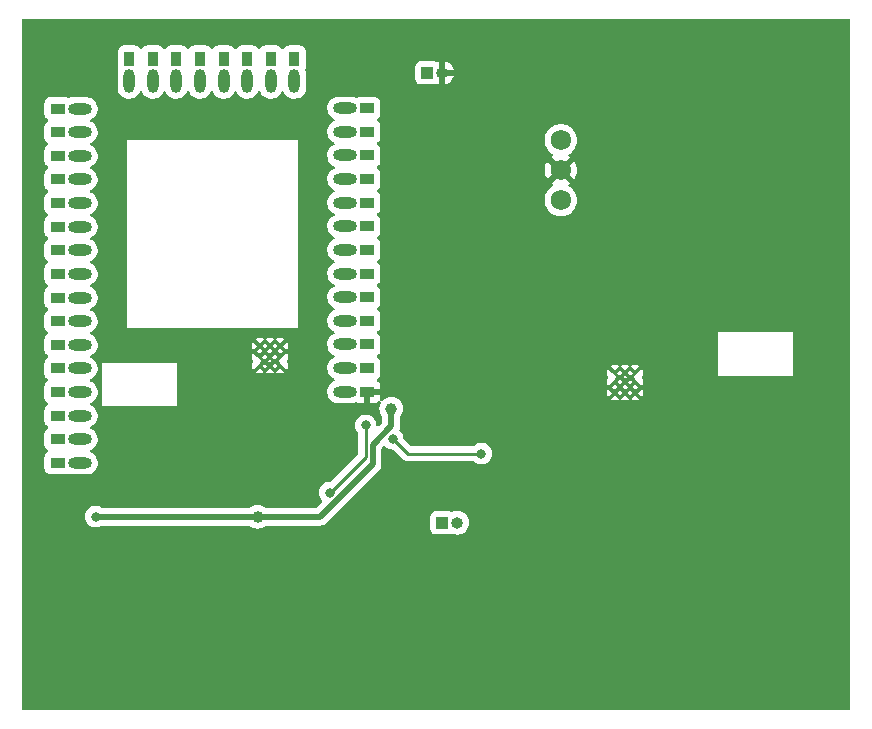
<source format=gbr>
%TF.GenerationSoftware,KiCad,Pcbnew,7.0.6*%
%TF.CreationDate,2024-03-24T21:23:19-04:00*%
%TF.ProjectId,Radio Module,52616469-6f20-44d6-9f64-756c652e6b69,rev?*%
%TF.SameCoordinates,Original*%
%TF.FileFunction,Copper,L2,Bot*%
%TF.FilePolarity,Positive*%
%FSLAX46Y46*%
G04 Gerber Fmt 4.6, Leading zero omitted, Abs format (unit mm)*
G04 Created by KiCad (PCBNEW 7.0.6) date 2024-03-24 21:23:19*
%MOMM*%
%LPD*%
G01*
G04 APERTURE LIST*
%TA.AperFunction,ComponentPad*%
%ADD10R,1.000000X1.000000*%
%TD*%
%TA.AperFunction,ComponentPad*%
%ADD11O,1.000000X1.000000*%
%TD*%
%TA.AperFunction,ComponentPad*%
%ADD12C,0.330000*%
%TD*%
%TA.AperFunction,ComponentPad*%
%ADD13O,2.000000X0.950000*%
%TD*%
%TA.AperFunction,ComponentPad*%
%ADD14O,0.950000X2.000000*%
%TD*%
%TA.AperFunction,ComponentPad*%
%ADD15R,1.300000X0.900000*%
%TD*%
%TA.AperFunction,ComponentPad*%
%ADD16R,0.900000X1.300000*%
%TD*%
%TA.AperFunction,ComponentPad*%
%ADD17C,1.725000*%
%TD*%
%TA.AperFunction,ViaPad*%
%ADD18C,1.000000*%
%TD*%
%TA.AperFunction,ViaPad*%
%ADD19C,0.800000*%
%TD*%
%TA.AperFunction,Conductor*%
%ADD20C,0.500000*%
%TD*%
%TA.AperFunction,Conductor*%
%ADD21C,0.250000*%
%TD*%
G04 APERTURE END LIST*
D10*
%TO.P,J3,1,Pin_1*%
%TO.N,Net-(J1-Pin_1)*%
X167386000Y-95758000D03*
D11*
%TO.P,J3,2,Pin_2*%
%TO.N,Net-(J1-Pin_2)*%
X168656000Y-95758000D03*
%TD*%
D10*
%TO.P,J4,1,Pin_1*%
%TO.N,Vin*%
X166116000Y-57658000D03*
D11*
%TO.P,J4,2,Pin_2*%
%TO.N,GND*%
X167386000Y-57658000D03*
%TD*%
D12*
%TO.P,IC1,38,GND_6*%
%TO.N,GND*%
X181990000Y-83058000D03*
X181990000Y-83818000D03*
X181990000Y-84748000D03*
X182880000Y-83058000D03*
X182880000Y-83818000D03*
X182880000Y-84748000D03*
X183740000Y-83058000D03*
X183740000Y-83818000D03*
X183740000Y-84748000D03*
%TD*%
D13*
%TO.P,IC3,*%
%TO.N,*%
X159145000Y-84667000D03*
X159145000Y-82667000D03*
X159145000Y-80667000D03*
X159145000Y-78667000D03*
X159145000Y-76667000D03*
X159145000Y-74667000D03*
X159145000Y-72667000D03*
X159145000Y-70667000D03*
X159145000Y-68667000D03*
X159145000Y-66667000D03*
X159145000Y-64667000D03*
X159145000Y-62667000D03*
X159145000Y-60667000D03*
D14*
X154875000Y-58357000D03*
X152875000Y-58357000D03*
X150875000Y-58357000D03*
X148875000Y-58357000D03*
X146875000Y-58357000D03*
X144875000Y-58357000D03*
X142875000Y-58357000D03*
X140875000Y-58357000D03*
D13*
X136705000Y-90697000D03*
X136705000Y-88697000D03*
X136705000Y-86697000D03*
X136705000Y-84697000D03*
X136705000Y-82697000D03*
X136705000Y-80697000D03*
X136705000Y-78697000D03*
X136705000Y-76697000D03*
X136705000Y-74697000D03*
X136705000Y-72697000D03*
X136705000Y-70697000D03*
X136705000Y-68697000D03*
X136705000Y-66697000D03*
X136705000Y-64697000D03*
X136705000Y-62697000D03*
X136705000Y-60697000D03*
D15*
%TO.P,IC3,1,GND_1*%
%TO.N,GND*%
X160995000Y-84667000D03*
%TO.P,IC3,2,VCC*%
%TO.N,Vcc*%
X160995000Y-82667000D03*
%TO.P,IC3,3,DIO13/DOUT*%
%TO.N,Dout*%
X160995000Y-80667000D03*
%TO.P,IC3,4,DIN/DIO14/~{CONFIG}*%
%TO.N,Din*%
X160995000Y-78667000D03*
%TO.P,IC3,5,DIO12*%
%TO.N,unconnected-(IC3-DIO12-Pad5)*%
X160995000Y-76667000D03*
%TO.P,IC3,6,~{RESET}*%
%TO.N,unconnected-(IC3-~{RESET}-Pad6)*%
X160995000Y-74667000D03*
%TO.P,IC3,7,DIO10/RSSI/PWM0*%
%TO.N,unconnected-(IC3-DIO10{slash}RSSI{slash}PWM0-Pad7)*%
X160995000Y-72667000D03*
%TO.P,IC3,8,DIO11/PWM1*%
%TO.N,unconnected-(IC3-DIO11{slash}PWM1-Pad8)*%
X160995000Y-70667000D03*
%TO.P,IC3,9,[RESERVED]_1*%
%TO.N,unconnected-(IC3-[RESERVED]_1-Pad9)*%
X160995000Y-68667000D03*
%TO.P,IC3,10,DIO8/~{DTR_}/SLEEP__RQ*%
%TO.N,unconnected-(IC3-DIO8{slash}~{DTR_}{slash}SLEEP__RQ-Pad10)*%
X160995000Y-66667000D03*
%TO.P,IC3,11,GND_2*%
%TO.N,unconnected-(IC3-GND_2-Pad11)*%
X160995000Y-64667000D03*
%TO.P,IC3,12,DO19/SPI_~{ATTN}*%
%TO.N,unconnected-(IC3-DO19{slash}SPI_~{ATTN}-Pad12)*%
X160995000Y-62667000D03*
%TO.P,IC3,13,GND_3*%
%TO.N,unconnected-(IC3-GND_3-Pad13)*%
X160995000Y-60667000D03*
D16*
%TO.P,IC3,14,DO18/SPI_CLK*%
%TO.N,unconnected-(IC3-DO18{slash}SPI_CLK-Pad14)*%
X154875000Y-56507000D03*
%TO.P,IC3,15,DO17/SPI_~{SSEL}*%
%TO.N,unconnected-(IC3-DO17{slash}SPI_~{SSEL}-Pad15)*%
X152875000Y-56507000D03*
%TO.P,IC3,16,DO16/SPI_MOSI*%
%TO.N,unconnected-(IC3-DO16{slash}SPI_MOSI-Pad16)*%
X150875000Y-56507000D03*
%TO.P,IC3,17,DO15/SPI_MISO*%
%TO.N,unconnected-(IC3-DO15{slash}SPI_MISO-Pad17)*%
X148875000Y-56507000D03*
%TO.P,IC3,18,[RESERVED]_2*%
%TO.N,unconnected-(IC3-[RESERVED]_2-Pad18)*%
X146875000Y-56507000D03*
%TO.P,IC3,19,[RESERVED]_3*%
%TO.N,unconnected-(IC3-[RESERVED]_3-Pad19)*%
X144875000Y-56507000D03*
%TO.P,IC3,20,[RESERVED]_4*%
%TO.N,unconnected-(IC3-[RESERVED]_4-Pad20)*%
X142875000Y-56507000D03*
%TO.P,IC3,21,[RESERVED]_5*%
%TO.N,unconnected-(IC3-[RESERVED]_5-Pad21)*%
X140875000Y-56507000D03*
D15*
%TO.P,IC3,22,GND_4*%
%TO.N,unconnected-(IC3-GND_4-Pad22)*%
X134855000Y-60697000D03*
%TO.P,IC3,23,[RESERVED]_6*%
%TO.N,unconnected-(IC3-[RESERVED]_6-Pad23)*%
X134855000Y-62697000D03*
%TO.P,IC3,24,DIO4*%
%TO.N,unconnected-(IC3-DIO4-Pad24)*%
X134855000Y-64697000D03*
%TO.P,IC3,25,DIO7/~{CTS}*%
%TO.N,unconnected-(IC3-DIO7{slash}~{CTS}-Pad25)*%
X134855000Y-66697000D03*
%TO.P,IC3,26,DIO9/ON/~{SLEEP}*%
%TO.N,unconnected-(IC3-DIO9{slash}ON{slash}~{SLEEP}-Pad26)*%
X134855000Y-68697000D03*
%TO.P,IC3,27,VREF*%
%TO.N,unconnected-(IC3-VREF-Pad27)*%
X134855000Y-70697000D03*
%TO.P,IC3,28,DIO5/ASSOC*%
%TO.N,unconnected-(IC3-DIO5{slash}ASSOC-Pad28)*%
X134855000Y-72697000D03*
%TO.P,IC3,29,DIO6/~{RTS}*%
%TO.N,unconnected-(IC3-DIO6{slash}~{RTS}-Pad29)*%
X134855000Y-74697000D03*
%TO.P,IC3,30,DIO3/AD3*%
%TO.N,unconnected-(IC3-DIO3{slash}AD3-Pad30)*%
X134855000Y-76697000D03*
%TO.P,IC3,31,DIO2/AD2*%
%TO.N,unconnected-(IC3-DIO2{slash}AD2-Pad31)*%
X134855000Y-78697000D03*
%TO.P,IC3,32,DIO1/AD1*%
%TO.N,unconnected-(IC3-DIO1{slash}AD1-Pad32)*%
X134855000Y-80697000D03*
%TO.P,IC3,33,DIO0/AD0*%
%TO.N,unconnected-(IC3-DIO0{slash}AD0-Pad33)*%
X134855000Y-82697000D03*
%TO.P,IC3,34,[RESERVED]_7*%
%TO.N,unconnected-(IC3-[RESERVED]_7-Pad34)*%
X134855000Y-84697000D03*
%TO.P,IC3,35,GND_5*%
%TO.N,unconnected-(IC3-GND_5-Pad35)*%
X134855000Y-86697000D03*
%TO.P,IC3,36,RF_PAD*%
%TO.N,unconnected-(IC3-RF_PAD-Pad36)*%
X134855000Y-88697000D03*
%TO.P,IC3,37,[RESERVED]_8*%
%TO.N,unconnected-(IC3-[RESERVED]_8-Pad37)*%
X134855000Y-90697000D03*
D12*
%TO.P,IC3,38,GND_6*%
%TO.N,GND*%
X153670000Y-82462000D03*
X153670000Y-81702000D03*
X153670000Y-80772000D03*
X152780000Y-82462000D03*
X152780000Y-81702000D03*
X152780000Y-80772000D03*
X151920000Y-82462000D03*
X151920000Y-81702000D03*
X151920000Y-80772000D03*
%TD*%
D17*
%TO.P,PS1,1,+VIN*%
%TO.N,Net-(PS1-+VIN)*%
X177419000Y-63373000D03*
%TO.P,PS1,2,GND*%
%TO.N,GND*%
X177419000Y-65913000D03*
%TO.P,PS1,3,+VOUT*%
%TO.N,Vcc*%
X177419000Y-68453000D03*
%TD*%
D18*
%TO.N,Vcc*%
X163068000Y-86106000D03*
X151765000Y-95250000D03*
D19*
X138049000Y-95250000D03*
%TO.N,Dout*%
X160909000Y-87503000D03*
X157861000Y-93218000D03*
%TO.N,Din*%
X163195000Y-88646000D03*
X170688000Y-89916000D03*
%TD*%
D20*
%TO.N,Vcc*%
X151765000Y-95250000D02*
X138049000Y-95250000D01*
X163068000Y-86106000D02*
X163068000Y-87570918D01*
X157031082Y-95250000D02*
X151765000Y-95250000D01*
X161484000Y-89154918D02*
X161484000Y-90797082D01*
X161484000Y-90797082D02*
X157031082Y-95250000D01*
X163068000Y-87570918D02*
X161484000Y-89154918D01*
D21*
%TO.N,Dout*%
X160909000Y-90170000D02*
X160909000Y-87503000D01*
X157861000Y-93218000D02*
X160909000Y-90170000D01*
%TO.N,Din*%
X164465000Y-89916000D02*
X163195000Y-88646000D01*
X170688000Y-89916000D02*
X164465000Y-89916000D01*
%TD*%
%TA.AperFunction,Conductor*%
%TO.N,GND*%
G36*
X201872539Y-53106185D02*
G01*
X201918294Y-53158989D01*
X201929500Y-53210500D01*
X201929500Y-111508500D01*
X201909815Y-111575539D01*
X201857011Y-111621294D01*
X201805500Y-111632500D01*
X131950500Y-111632500D01*
X131883461Y-111612815D01*
X131837706Y-111560011D01*
X131826500Y-111508500D01*
X131826500Y-96305870D01*
X166385500Y-96305870D01*
X166385501Y-96305876D01*
X166391908Y-96365483D01*
X166442202Y-96500328D01*
X166442206Y-96500335D01*
X166528452Y-96615544D01*
X166528455Y-96615547D01*
X166643664Y-96701793D01*
X166643671Y-96701797D01*
X166778517Y-96752091D01*
X166778516Y-96752091D01*
X166785444Y-96752835D01*
X166838127Y-96758500D01*
X167933872Y-96758499D01*
X167993483Y-96752091D01*
X168128331Y-96701796D01*
X168136379Y-96695770D01*
X168201842Y-96671351D01*
X168265474Y-96684895D01*
X168265645Y-96684483D01*
X168267875Y-96685406D01*
X168269146Y-96685677D01*
X168271273Y-96686814D01*
X168459868Y-96744024D01*
X168656000Y-96763341D01*
X168852132Y-96744024D01*
X169040727Y-96686814D01*
X169042853Y-96685678D01*
X169174060Y-96615546D01*
X169214538Y-96593910D01*
X169366883Y-96468883D01*
X169491910Y-96316538D01*
X169584814Y-96142727D01*
X169642024Y-95954132D01*
X169661341Y-95758000D01*
X169642024Y-95561868D01*
X169584814Y-95373273D01*
X169584811Y-95373269D01*
X169584811Y-95373266D01*
X169491913Y-95199467D01*
X169491909Y-95199460D01*
X169366883Y-95047116D01*
X169214539Y-94922090D01*
X169214532Y-94922086D01*
X169040733Y-94829188D01*
X169040727Y-94829186D01*
X168852132Y-94771976D01*
X168852129Y-94771975D01*
X168656000Y-94752659D01*
X168459870Y-94771975D01*
X168330462Y-94811231D01*
X168271273Y-94829186D01*
X168271272Y-94829186D01*
X168271267Y-94829188D01*
X168269143Y-94830324D01*
X168267898Y-94830583D01*
X168265641Y-94831518D01*
X168265463Y-94831089D01*
X168200740Y-94844564D01*
X168136382Y-94820231D01*
X168128331Y-94814204D01*
X168128328Y-94814202D01*
X167993482Y-94763908D01*
X167993483Y-94763908D01*
X167933883Y-94757501D01*
X167933881Y-94757500D01*
X167933873Y-94757500D01*
X167933864Y-94757500D01*
X166838129Y-94757500D01*
X166838123Y-94757501D01*
X166778516Y-94763908D01*
X166643671Y-94814202D01*
X166643664Y-94814206D01*
X166528455Y-94900452D01*
X166528452Y-94900455D01*
X166442206Y-95015664D01*
X166442202Y-95015671D01*
X166391908Y-95150517D01*
X166385501Y-95210116D01*
X166385500Y-95210135D01*
X166385500Y-96305870D01*
X131826500Y-96305870D01*
X131826500Y-95250000D01*
X137143540Y-95250000D01*
X137163326Y-95438256D01*
X137163327Y-95438259D01*
X137221818Y-95618277D01*
X137221821Y-95618284D01*
X137316467Y-95782216D01*
X137366945Y-95838277D01*
X137443129Y-95922888D01*
X137596265Y-96034148D01*
X137596270Y-96034151D01*
X137769192Y-96111142D01*
X137769197Y-96111144D01*
X137954354Y-96150500D01*
X137954355Y-96150500D01*
X138143644Y-96150500D01*
X138143646Y-96150500D01*
X138328803Y-96111144D01*
X138501730Y-96034151D01*
X138509306Y-96028647D01*
X138515452Y-96024182D01*
X138581258Y-96000702D01*
X138588337Y-96000500D01*
X151058022Y-96000500D01*
X151125061Y-96020185D01*
X151136687Y-96028647D01*
X151206460Y-96085909D01*
X151206467Y-96085913D01*
X151380266Y-96178811D01*
X151380269Y-96178811D01*
X151380273Y-96178814D01*
X151568868Y-96236024D01*
X151765000Y-96255341D01*
X151961132Y-96236024D01*
X152149727Y-96178814D01*
X152323538Y-96085910D01*
X152393312Y-96028647D01*
X152457623Y-96001334D01*
X152471978Y-96000500D01*
X156967377Y-96000500D01*
X156985347Y-96001809D01*
X157009105Y-96005289D01*
X157061150Y-96000735D01*
X157066552Y-96000500D01*
X157074786Y-96000500D01*
X157074791Y-96000500D01*
X157086409Y-95999141D01*
X157107358Y-95996693D01*
X157120110Y-95995577D01*
X157183879Y-95989999D01*
X157183887Y-95989996D01*
X157190948Y-95988539D01*
X157190960Y-95988598D01*
X157198325Y-95986965D01*
X157198311Y-95986906D01*
X157205328Y-95985241D01*
X157205337Y-95985241D01*
X157277505Y-95958974D01*
X157350416Y-95934814D01*
X157350425Y-95934807D01*
X157356964Y-95931760D01*
X157356990Y-95931816D01*
X157363772Y-95928532D01*
X157363745Y-95928478D01*
X157370188Y-95925240D01*
X157370199Y-95925237D01*
X157434365Y-95883034D01*
X157499738Y-95842712D01*
X157499744Y-95842705D01*
X157505407Y-95838229D01*
X157505445Y-95838277D01*
X157511282Y-95833522D01*
X157511243Y-95833475D01*
X157516778Y-95828830D01*
X157569467Y-95772983D01*
X160797338Y-92545111D01*
X161969642Y-91372806D01*
X161983271Y-91361029D01*
X162002530Y-91346692D01*
X162036101Y-91306683D01*
X162039761Y-91302688D01*
X162045590Y-91296860D01*
X162065941Y-91271121D01*
X162079902Y-91254483D01*
X162115302Y-91212296D01*
X162115306Y-91212287D01*
X162119274Y-91206257D01*
X162119325Y-91206290D01*
X162123372Y-91199938D01*
X162123320Y-91199906D01*
X162127112Y-91193757D01*
X162159575Y-91124140D01*
X162194036Y-91055522D01*
X162194040Y-91055515D01*
X162194042Y-91055503D01*
X162196509Y-91048728D01*
X162196567Y-91048749D01*
X162199043Y-91041628D01*
X162198986Y-91041610D01*
X162201257Y-91034755D01*
X162216792Y-90959516D01*
X162234498Y-90884810D01*
X162234500Y-90884803D01*
X162234500Y-90884792D01*
X162235338Y-90877630D01*
X162235398Y-90877637D01*
X162236164Y-90870137D01*
X162236105Y-90870132D01*
X162236734Y-90862942D01*
X162234500Y-90786165D01*
X162234500Y-89517146D01*
X162254185Y-89450107D01*
X162270814Y-89429470D01*
X162398311Y-89301973D01*
X162459632Y-89268490D01*
X162529324Y-89273474D01*
X162578139Y-89306682D01*
X162589132Y-89318891D01*
X162589135Y-89318893D01*
X162742265Y-89430148D01*
X162742270Y-89430151D01*
X162915192Y-89507142D01*
X162915197Y-89507144D01*
X163100354Y-89546500D01*
X163159548Y-89546500D01*
X163226587Y-89566185D01*
X163247229Y-89582819D01*
X163964197Y-90299788D01*
X163974022Y-90312051D01*
X163974243Y-90311869D01*
X163979214Y-90317878D01*
X164005217Y-90342295D01*
X164029635Y-90365226D01*
X164050529Y-90386120D01*
X164056011Y-90390373D01*
X164060443Y-90394157D01*
X164094418Y-90426062D01*
X164111976Y-90435714D01*
X164128235Y-90446395D01*
X164144064Y-90458673D01*
X164186838Y-90477182D01*
X164192056Y-90479738D01*
X164232908Y-90502197D01*
X164252316Y-90507180D01*
X164270717Y-90513480D01*
X164289104Y-90521437D01*
X164332488Y-90528308D01*
X164335119Y-90528725D01*
X164340839Y-90529909D01*
X164385981Y-90541500D01*
X164406016Y-90541500D01*
X164425414Y-90543026D01*
X164445194Y-90546159D01*
X164445195Y-90546160D01*
X164445195Y-90546159D01*
X164445196Y-90546160D01*
X164491583Y-90541775D01*
X164497422Y-90541500D01*
X169984252Y-90541500D01*
X170051291Y-90561185D01*
X170076400Y-90582526D01*
X170082126Y-90588885D01*
X170082130Y-90588889D01*
X170235265Y-90700148D01*
X170235270Y-90700151D01*
X170408192Y-90777142D01*
X170408197Y-90777144D01*
X170593354Y-90816500D01*
X170593355Y-90816500D01*
X170782644Y-90816500D01*
X170782646Y-90816500D01*
X170967803Y-90777144D01*
X171140730Y-90700151D01*
X171293871Y-90588888D01*
X171420533Y-90448216D01*
X171515179Y-90284284D01*
X171573674Y-90104256D01*
X171593460Y-89916000D01*
X171573674Y-89727744D01*
X171515179Y-89547716D01*
X171420533Y-89383784D01*
X171293871Y-89243112D01*
X171293870Y-89243111D01*
X171140734Y-89131851D01*
X171140729Y-89131848D01*
X170967807Y-89054857D01*
X170967802Y-89054855D01*
X170822000Y-89023865D01*
X170782646Y-89015500D01*
X170593354Y-89015500D01*
X170560897Y-89022398D01*
X170408197Y-89054855D01*
X170408192Y-89054857D01*
X170235270Y-89131848D01*
X170235265Y-89131851D01*
X170082130Y-89243110D01*
X170082126Y-89243114D01*
X170076400Y-89249474D01*
X170016913Y-89286121D01*
X169984252Y-89290500D01*
X164775453Y-89290500D01*
X164708414Y-89270815D01*
X164687772Y-89254181D01*
X164133960Y-88700369D01*
X164100475Y-88639046D01*
X164098323Y-88625668D01*
X164080674Y-88457744D01*
X164022179Y-88277716D01*
X163927533Y-88113784D01*
X163829281Y-88004664D01*
X163796537Y-87968298D01*
X163766307Y-87905307D01*
X163774932Y-87835971D01*
X163777880Y-87829669D01*
X163778040Y-87829351D01*
X163778042Y-87829338D01*
X163780510Y-87822562D01*
X163780568Y-87822583D01*
X163783043Y-87815464D01*
X163782985Y-87815445D01*
X163785256Y-87808590D01*
X163787870Y-87795933D01*
X163800784Y-87733385D01*
X163818500Y-87658639D01*
X163818500Y-87658638D01*
X163819339Y-87651466D01*
X163819397Y-87651472D01*
X163820164Y-87643974D01*
X163820104Y-87643969D01*
X163820733Y-87636778D01*
X163818500Y-87560021D01*
X163818500Y-86812976D01*
X163838185Y-86745937D01*
X163846632Y-86734329D01*
X163903910Y-86664538D01*
X163916034Y-86641856D01*
X163996811Y-86490733D01*
X163996811Y-86490732D01*
X163996814Y-86490727D01*
X164054024Y-86302132D01*
X164073341Y-86106000D01*
X164054024Y-85909868D01*
X163996814Y-85721273D01*
X163996811Y-85721269D01*
X163996811Y-85721266D01*
X163903913Y-85547467D01*
X163903909Y-85547460D01*
X163778883Y-85395116D01*
X163688379Y-85320841D01*
X181650501Y-85320841D01*
X181752453Y-85374351D01*
X181909255Y-85413000D01*
X182070745Y-85413000D01*
X182227544Y-85374351D01*
X182329497Y-85320841D01*
X182540501Y-85320841D01*
X182642453Y-85374351D01*
X182799255Y-85413000D01*
X182960745Y-85413000D01*
X183117544Y-85374351D01*
X183219497Y-85320841D01*
X183400501Y-85320841D01*
X183502453Y-85374351D01*
X183659255Y-85413000D01*
X183820745Y-85413000D01*
X183977544Y-85374351D01*
X184079497Y-85320841D01*
X183740001Y-84981345D01*
X183400501Y-85320841D01*
X183219497Y-85320841D01*
X182880001Y-84981345D01*
X182540501Y-85320841D01*
X182329497Y-85320841D01*
X181990001Y-84981345D01*
X181990000Y-84981345D01*
X181650501Y-85320841D01*
X163688379Y-85320841D01*
X163626539Y-85270090D01*
X163626532Y-85270086D01*
X163452733Y-85177188D01*
X163452727Y-85177186D01*
X163264132Y-85119976D01*
X163264129Y-85119975D01*
X163068000Y-85100659D01*
X162871870Y-85119975D01*
X162683266Y-85177188D01*
X162509467Y-85270086D01*
X162509460Y-85270090D01*
X162357115Y-85395117D01*
X162311905Y-85450205D01*
X162254159Y-85489539D01*
X162184314Y-85491408D01*
X162124546Y-85455220D01*
X162093831Y-85392464D01*
X162099871Y-85328205D01*
X162138597Y-85224376D01*
X162138598Y-85224372D01*
X162144999Y-85164844D01*
X162145000Y-85164827D01*
X162145000Y-84917000D01*
X161245000Y-84917000D01*
X161244999Y-85616999D01*
X161245000Y-85617000D01*
X161692828Y-85617000D01*
X161692844Y-85616999D01*
X161752372Y-85610598D01*
X161752379Y-85610596D01*
X161887086Y-85560354D01*
X161887089Y-85560352D01*
X162004011Y-85472824D01*
X162069475Y-85448406D01*
X162137748Y-85463257D01*
X162187154Y-85512662D01*
X162202007Y-85580934D01*
X162187682Y-85630543D01*
X162173295Y-85657459D01*
X162139186Y-85721273D01*
X162125040Y-85767907D01*
X162081975Y-85909870D01*
X162062659Y-86106000D01*
X162081975Y-86302129D01*
X162139188Y-86490733D01*
X162232084Y-86664529D01*
X162232087Y-86664533D01*
X162232090Y-86664538D01*
X162289354Y-86734314D01*
X162316666Y-86798620D01*
X162317500Y-86812976D01*
X162317500Y-87208687D01*
X162297815Y-87275726D01*
X162281181Y-87296368D01*
X162023023Y-87554525D01*
X161961700Y-87588010D01*
X161892008Y-87583026D01*
X161836075Y-87541154D01*
X161812022Y-87479809D01*
X161794674Y-87314744D01*
X161736179Y-87134716D01*
X161641533Y-86970784D01*
X161514871Y-86830112D01*
X161514870Y-86830111D01*
X161361734Y-86718851D01*
X161361729Y-86718848D01*
X161188807Y-86641857D01*
X161188802Y-86641855D01*
X161043000Y-86610865D01*
X161003646Y-86602500D01*
X160814354Y-86602500D01*
X160781897Y-86609398D01*
X160629197Y-86641855D01*
X160629192Y-86641857D01*
X160456270Y-86718848D01*
X160456265Y-86718851D01*
X160303129Y-86830111D01*
X160176466Y-86970785D01*
X160081821Y-87134715D01*
X160081818Y-87134722D01*
X160023327Y-87314740D01*
X160023326Y-87314744D01*
X160003540Y-87503000D01*
X160023326Y-87691256D01*
X160023327Y-87691259D01*
X160081818Y-87871277D01*
X160081821Y-87871284D01*
X160176467Y-88035216D01*
X160219772Y-88083310D01*
X160251650Y-88118715D01*
X160281880Y-88181706D01*
X160283500Y-88201687D01*
X160283500Y-89859547D01*
X160263815Y-89926586D01*
X160247181Y-89947228D01*
X157913228Y-92281181D01*
X157851905Y-92314666D01*
X157825547Y-92317500D01*
X157766354Y-92317500D01*
X157733897Y-92324398D01*
X157581197Y-92356855D01*
X157581192Y-92356857D01*
X157408270Y-92433848D01*
X157408265Y-92433851D01*
X157255129Y-92545111D01*
X157128466Y-92685785D01*
X157033821Y-92849715D01*
X157033818Y-92849722D01*
X156975327Y-93029740D01*
X156975326Y-93029744D01*
X156955540Y-93218000D01*
X156975326Y-93406256D01*
X156975327Y-93406259D01*
X157033818Y-93586277D01*
X157033821Y-93586284D01*
X157128467Y-93750216D01*
X157210222Y-93841014D01*
X157211308Y-93842220D01*
X157241538Y-93905211D01*
X157232913Y-93974547D01*
X157206839Y-94012873D01*
X156756533Y-94463181D01*
X156695210Y-94496666D01*
X156668852Y-94499500D01*
X152471978Y-94499500D01*
X152404939Y-94479815D01*
X152393313Y-94471353D01*
X152323539Y-94414090D01*
X152323532Y-94414086D01*
X152149733Y-94321188D01*
X152149727Y-94321186D01*
X151961132Y-94263976D01*
X151961129Y-94263975D01*
X151765000Y-94244659D01*
X151568870Y-94263975D01*
X151380266Y-94321188D01*
X151206467Y-94414086D01*
X151206460Y-94414090D01*
X151136687Y-94471353D01*
X151072377Y-94498666D01*
X151058022Y-94499500D01*
X138588337Y-94499500D01*
X138521298Y-94479815D01*
X138515452Y-94475818D01*
X138501734Y-94465851D01*
X138501729Y-94465848D01*
X138328807Y-94388857D01*
X138328802Y-94388855D01*
X138183001Y-94357865D01*
X138143646Y-94349500D01*
X137954354Y-94349500D01*
X137921897Y-94356398D01*
X137769197Y-94388855D01*
X137769192Y-94388857D01*
X137596270Y-94465848D01*
X137596265Y-94465851D01*
X137443129Y-94577111D01*
X137316466Y-94717785D01*
X137221821Y-94881715D01*
X137221818Y-94881722D01*
X137163327Y-95061740D01*
X137163326Y-95061744D01*
X137143540Y-95250000D01*
X131826500Y-95250000D01*
X131826500Y-91194870D01*
X133704500Y-91194870D01*
X133704501Y-91194876D01*
X133710908Y-91254483D01*
X133761202Y-91389328D01*
X133761206Y-91389335D01*
X133847452Y-91504544D01*
X133847455Y-91504547D01*
X133962664Y-91590793D01*
X133962671Y-91590797D01*
X134097517Y-91641091D01*
X134097516Y-91641091D01*
X134104444Y-91641835D01*
X134157127Y-91647500D01*
X135552872Y-91647499D01*
X135612483Y-91641091D01*
X135723134Y-91599820D01*
X135792823Y-91594836D01*
X135815367Y-91602052D01*
X135886462Y-91632562D01*
X135886463Y-91632562D01*
X135886465Y-91632563D01*
X136080801Y-91672500D01*
X137279474Y-91672500D01*
X137427380Y-91657459D01*
X137499478Y-91634838D01*
X137616678Y-91598067D01*
X137790146Y-91501784D01*
X137940682Y-91372553D01*
X138062122Y-91215666D01*
X138149495Y-91037544D01*
X138199224Y-90845480D01*
X138209272Y-90647337D01*
X138179230Y-90451227D01*
X138110325Y-90265180D01*
X138031999Y-90139517D01*
X138005383Y-90096815D01*
X138005378Y-90096808D01*
X137868693Y-89953016D01*
X137868692Y-89953015D01*
X137815511Y-89916000D01*
X137777369Y-89889452D01*
X137705853Y-89839675D01*
X137642373Y-89812434D01*
X137588529Y-89767907D01*
X137567306Y-89701338D01*
X137585441Y-89633863D01*
X137631095Y-89590064D01*
X137790146Y-89501784D01*
X137940682Y-89372553D01*
X138062122Y-89215666D01*
X138149495Y-89037544D01*
X138199224Y-88845480D01*
X138209272Y-88647337D01*
X138179230Y-88451227D01*
X138110325Y-88265180D01*
X138069147Y-88199116D01*
X138005383Y-88096815D01*
X138005378Y-88096808D01*
X137868693Y-87953016D01*
X137868692Y-87953015D01*
X137800148Y-87905307D01*
X137777369Y-87889452D01*
X137705853Y-87839675D01*
X137642373Y-87812434D01*
X137588529Y-87767907D01*
X137567306Y-87701338D01*
X137585441Y-87633863D01*
X137631095Y-87590064D01*
X137790146Y-87501784D01*
X137940682Y-87372553D01*
X138062122Y-87215666D01*
X138149495Y-87037544D01*
X138199224Y-86845480D01*
X138209272Y-86647337D01*
X138179230Y-86451227D01*
X138110325Y-86265180D01*
X138011108Y-86106000D01*
X138005383Y-86096815D01*
X138005378Y-86096808D01*
X137868693Y-85953016D01*
X137868692Y-85953015D01*
X137806701Y-85909868D01*
X137705854Y-85839676D01*
X137705855Y-85839676D01*
X137705853Y-85839675D01*
X137642373Y-85812434D01*
X137588529Y-85767907D01*
X137567306Y-85701338D01*
X137585441Y-85633863D01*
X137631095Y-85590064D01*
X137790146Y-85501784D01*
X137940682Y-85372553D01*
X138062122Y-85215666D01*
X138149495Y-85037544D01*
X138182956Y-84908312D01*
X138199222Y-84845488D01*
X138199223Y-84845482D01*
X138199224Y-84845480D01*
X138209272Y-84647337D01*
X138179230Y-84451227D01*
X138110325Y-84265180D01*
X138050483Y-84169172D01*
X138005383Y-84096815D01*
X138005378Y-84096808D01*
X137868693Y-83953016D01*
X137868692Y-83953015D01*
X137705853Y-83839675D01*
X137642373Y-83812434D01*
X137588529Y-83767907D01*
X137567306Y-83701338D01*
X137585441Y-83633863D01*
X137631095Y-83590064D01*
X137790146Y-83501784D01*
X137940682Y-83372553D01*
X138062122Y-83215666D01*
X138149495Y-83037544D01*
X138199224Y-82845480D01*
X138209272Y-82647337D01*
X138179230Y-82451227D01*
X138110325Y-82265180D01*
X138080294Y-82217000D01*
X138575000Y-82217000D01*
X138575000Y-85897000D01*
X144895000Y-85897000D01*
X144895000Y-84716663D01*
X157640728Y-84716663D01*
X157670768Y-84912764D01*
X157670771Y-84912777D01*
X157739673Y-85098815D01*
X157739677Y-85098824D01*
X157844616Y-85267184D01*
X157844621Y-85267191D01*
X157966223Y-85395116D01*
X157981309Y-85410986D01*
X158144146Y-85524324D01*
X158326465Y-85602563D01*
X158520801Y-85642500D01*
X159719474Y-85642500D01*
X159867380Y-85627459D01*
X160052429Y-85569400D01*
X160122287Y-85568112D01*
X160132884Y-85571532D01*
X160237616Y-85610595D01*
X160237627Y-85610598D01*
X160297155Y-85616999D01*
X160297172Y-85617000D01*
X160745000Y-85617000D01*
X160745000Y-84962850D01*
X160805250Y-84951588D01*
X160900610Y-84892543D01*
X160968201Y-84803038D01*
X160983861Y-84747999D01*
X181320116Y-84747999D01*
X181339581Y-84908312D01*
X181339582Y-84908317D01*
X181396846Y-85059310D01*
X181416650Y-85088003D01*
X181416651Y-85088003D01*
X181756655Y-84748000D01*
X181921268Y-84748000D01*
X181941399Y-84796601D01*
X181977369Y-84811500D01*
X182002631Y-84811500D01*
X182038601Y-84796601D01*
X182058732Y-84748000D01*
X182223345Y-84748000D01*
X182435000Y-84959655D01*
X182646655Y-84748000D01*
X182811268Y-84748000D01*
X182831399Y-84796601D01*
X182867369Y-84811500D01*
X182892631Y-84811500D01*
X182928601Y-84796601D01*
X182948732Y-84748000D01*
X183113345Y-84748000D01*
X183309999Y-84944655D01*
X183506655Y-84748000D01*
X183671268Y-84748000D01*
X183691399Y-84796601D01*
X183727369Y-84811500D01*
X183752631Y-84811500D01*
X183788601Y-84796601D01*
X183808732Y-84748000D01*
X183973345Y-84748000D01*
X184313347Y-85088003D01*
X184333151Y-85059312D01*
X184390417Y-84908317D01*
X184390418Y-84908312D01*
X184409883Y-84747999D01*
X184390418Y-84587687D01*
X184390417Y-84587682D01*
X184333153Y-84436690D01*
X184313347Y-84407996D01*
X183973345Y-84747999D01*
X183973345Y-84748000D01*
X183808732Y-84748000D01*
X183788601Y-84699399D01*
X183752631Y-84684500D01*
X183727369Y-84684500D01*
X183691399Y-84699399D01*
X183671268Y-84748000D01*
X183506655Y-84748000D01*
X183310000Y-84551344D01*
X183113345Y-84748000D01*
X182948732Y-84748000D01*
X182928601Y-84699399D01*
X182892631Y-84684500D01*
X182867369Y-84684500D01*
X182831399Y-84699399D01*
X182811268Y-84748000D01*
X182646655Y-84748000D01*
X182435000Y-84536344D01*
X182223345Y-84748000D01*
X182058732Y-84748000D01*
X182038601Y-84699399D01*
X182002631Y-84684500D01*
X181977369Y-84684500D01*
X181941399Y-84699399D01*
X181921268Y-84748000D01*
X181756655Y-84748000D01*
X181756655Y-84747999D01*
X181416651Y-84407995D01*
X181396848Y-84436687D01*
X181396843Y-84436697D01*
X181339582Y-84587682D01*
X181339581Y-84587687D01*
X181320116Y-84747999D01*
X160983861Y-84747999D01*
X160998895Y-84695160D01*
X160988546Y-84583479D01*
X160938552Y-84483078D01*
X160866633Y-84417514D01*
X160869000Y-84417000D01*
X162145000Y-84417000D01*
X162145000Y-84283000D01*
X181758345Y-84283000D01*
X181990000Y-84514654D01*
X182221655Y-84283000D01*
X182221654Y-84282999D01*
X182648345Y-84282999D01*
X182880000Y-84514653D01*
X183111653Y-84283000D01*
X183508345Y-84283000D01*
X183740000Y-84514655D01*
X183971655Y-84283000D01*
X183740000Y-84051344D01*
X183508345Y-84283000D01*
X183111653Y-84283000D01*
X183111654Y-84282999D01*
X182880000Y-84051345D01*
X182648345Y-84282999D01*
X182221654Y-84282999D01*
X181990000Y-84051345D01*
X181758345Y-84283000D01*
X162145000Y-84283000D01*
X162145000Y-84169172D01*
X162144999Y-84169155D01*
X162138598Y-84109627D01*
X162138596Y-84109620D01*
X162088354Y-83974913D01*
X162088350Y-83974906D01*
X162002190Y-83859812D01*
X162002187Y-83859809D01*
X161946336Y-83817999D01*
X181320116Y-83817999D01*
X181339581Y-83978312D01*
X181339582Y-83978317D01*
X181396846Y-84129310D01*
X181416650Y-84158002D01*
X181416651Y-84158002D01*
X181756654Y-83818000D01*
X181921268Y-83818000D01*
X181941399Y-83866601D01*
X181977369Y-83881500D01*
X182002631Y-83881500D01*
X182038601Y-83866601D01*
X182058732Y-83818000D01*
X182223345Y-83818000D01*
X182434999Y-84029655D01*
X182646655Y-83818000D01*
X182811268Y-83818000D01*
X182831399Y-83866601D01*
X182867369Y-83881500D01*
X182892631Y-83881500D01*
X182928601Y-83866601D01*
X182948732Y-83818000D01*
X183113345Y-83818000D01*
X183310000Y-84014654D01*
X183506655Y-83818000D01*
X183671268Y-83818000D01*
X183691399Y-83866601D01*
X183727369Y-83881500D01*
X183752631Y-83881500D01*
X183788601Y-83866601D01*
X183808732Y-83818000D01*
X183788601Y-83769399D01*
X183752631Y-83754500D01*
X183727369Y-83754500D01*
X183691399Y-83769399D01*
X183671268Y-83818000D01*
X183506655Y-83818000D01*
X183506655Y-83817999D01*
X183338910Y-83650255D01*
X183319989Y-83635010D01*
X183309999Y-83625020D01*
X183299995Y-83635025D01*
X183291899Y-83639445D01*
X183113345Y-83818000D01*
X182948732Y-83818000D01*
X182928601Y-83769399D01*
X182892631Y-83754500D01*
X182867369Y-83754500D01*
X182831399Y-83769399D01*
X182811268Y-83818000D01*
X182646655Y-83818000D01*
X182478933Y-83650278D01*
X182460005Y-83635026D01*
X182434999Y-83610020D01*
X182410001Y-83635018D01*
X182401905Y-83639438D01*
X182223345Y-83818000D01*
X182058732Y-83818000D01*
X182038601Y-83769399D01*
X182002631Y-83754500D01*
X181977369Y-83754500D01*
X181941399Y-83769399D01*
X181921268Y-83818000D01*
X181756654Y-83818000D01*
X181990000Y-83584655D01*
X182136652Y-83438000D01*
X182733345Y-83438000D01*
X182880000Y-83584655D01*
X183026655Y-83438000D01*
X183026655Y-83437999D01*
X183593345Y-83437999D01*
X183740000Y-83584655D01*
X184313347Y-84158003D01*
X184333151Y-84129312D01*
X184390417Y-83978317D01*
X184390418Y-83978312D01*
X184409883Y-83818000D01*
X184390418Y-83657687D01*
X184390417Y-83657682D01*
X184333151Y-83506686D01*
X184329667Y-83500047D01*
X184331308Y-83499185D01*
X184312478Y-83442079D01*
X184329946Y-83374428D01*
X184332785Y-83370011D01*
X184333151Y-83369313D01*
X184390417Y-83218317D01*
X184390418Y-83218312D01*
X184409883Y-83057999D01*
X184390418Y-82897687D01*
X184390417Y-82897682D01*
X184333153Y-82746690D01*
X184313347Y-82717996D01*
X183740000Y-83291345D01*
X183593345Y-83437999D01*
X183026655Y-83437999D01*
X182880000Y-83291345D01*
X182733345Y-83437999D01*
X182733345Y-83438000D01*
X182136652Y-83438000D01*
X182136654Y-83437998D01*
X181990000Y-83291345D01*
X181756655Y-83058000D01*
X181921268Y-83058000D01*
X181941399Y-83106601D01*
X181977369Y-83121500D01*
X182002631Y-83121500D01*
X182038601Y-83106601D01*
X182058732Y-83058000D01*
X182223345Y-83058000D01*
X182391062Y-83225717D01*
X182409995Y-83240974D01*
X182435000Y-83265978D01*
X182460005Y-83240974D01*
X182468102Y-83236552D01*
X182646655Y-83058000D01*
X182811268Y-83058000D01*
X182831399Y-83106601D01*
X182867369Y-83121500D01*
X182892631Y-83121500D01*
X182928601Y-83106601D01*
X182948732Y-83058000D01*
X183113345Y-83058000D01*
X183281062Y-83225717D01*
X183299995Y-83240974D01*
X183310000Y-83250979D01*
X183320005Y-83240974D01*
X183328102Y-83236552D01*
X183506655Y-83058000D01*
X183671268Y-83058000D01*
X183691399Y-83106601D01*
X183727369Y-83121500D01*
X183752631Y-83121500D01*
X183788601Y-83106601D01*
X183808732Y-83058000D01*
X183788601Y-83009399D01*
X183752631Y-82994500D01*
X183727369Y-82994500D01*
X183691399Y-83009399D01*
X183671268Y-83058000D01*
X183506655Y-83058000D01*
X183506655Y-83057999D01*
X183310000Y-82861345D01*
X183113345Y-83058000D01*
X182948732Y-83058000D01*
X182928601Y-83009399D01*
X182892631Y-82994500D01*
X182867369Y-82994500D01*
X182831399Y-83009399D01*
X182811268Y-83058000D01*
X182646655Y-83058000D01*
X182646655Y-83057999D01*
X182435000Y-82846345D01*
X182223345Y-83057999D01*
X182223345Y-83058000D01*
X182058732Y-83058000D01*
X182038601Y-83009399D01*
X182002631Y-82994500D01*
X181977369Y-82994500D01*
X181941399Y-83009399D01*
X181921268Y-83058000D01*
X181756655Y-83058000D01*
X181416651Y-82717995D01*
X181396848Y-82746687D01*
X181396843Y-82746697D01*
X181339582Y-82897682D01*
X181339581Y-82897687D01*
X181320116Y-83057999D01*
X181339581Y-83218312D01*
X181339582Y-83218317D01*
X181396847Y-83369311D01*
X181400334Y-83375955D01*
X181398691Y-83376816D01*
X181417521Y-83433920D01*
X181400053Y-83501571D01*
X181397218Y-83505981D01*
X181396847Y-83506688D01*
X181339582Y-83657682D01*
X181339581Y-83657687D01*
X181320116Y-83817999D01*
X161946336Y-83817999D01*
X161879989Y-83768331D01*
X161881632Y-83766135D01*
X161842211Y-83726712D01*
X161827360Y-83658438D01*
X161851778Y-83592974D01*
X161881236Y-83567455D01*
X161880231Y-83566112D01*
X161968481Y-83500047D01*
X162002546Y-83474546D01*
X162088796Y-83359331D01*
X162139091Y-83224483D01*
X162145500Y-83164873D01*
X162145499Y-82485157D01*
X181650502Y-82485157D01*
X181989999Y-82824654D01*
X182329494Y-82485157D01*
X182540502Y-82485157D01*
X182879999Y-82824654D01*
X183219495Y-82485156D01*
X183400501Y-82485156D01*
X183740000Y-82824655D01*
X183740001Y-82824655D01*
X184079497Y-82485157D01*
X183977542Y-82431647D01*
X183820745Y-82393000D01*
X183659255Y-82393000D01*
X183502456Y-82431647D01*
X183400501Y-82485156D01*
X183219495Y-82485156D01*
X183117542Y-82431647D01*
X182960745Y-82393000D01*
X182799255Y-82393000D01*
X182642457Y-82431647D01*
X182540502Y-82485157D01*
X182329494Y-82485157D01*
X182329495Y-82485156D01*
X182227542Y-82431647D01*
X182070745Y-82393000D01*
X181909255Y-82393000D01*
X181752457Y-82431647D01*
X181650502Y-82485157D01*
X162145499Y-82485157D01*
X162145499Y-82169128D01*
X162139091Y-82109517D01*
X162134353Y-82096815D01*
X162088797Y-81974671D01*
X162088793Y-81974664D01*
X162002547Y-81859455D01*
X162002544Y-81859452D01*
X161880231Y-81767888D01*
X161881930Y-81765617D01*
X161842743Y-81726435D01*
X161827886Y-81658163D01*
X161852298Y-81592697D01*
X161881311Y-81567556D01*
X161880231Y-81566112D01*
X161981441Y-81490345D01*
X162002546Y-81474546D01*
X162088796Y-81359331D01*
X162139091Y-81224483D01*
X162145500Y-81164873D01*
X162145499Y-80169128D01*
X162139091Y-80109517D01*
X162138152Y-80107000D01*
X162088797Y-79974671D01*
X162088793Y-79974664D01*
X162002547Y-79859455D01*
X162002544Y-79859452D01*
X161880231Y-79767888D01*
X161881930Y-79765617D01*
X161842743Y-79726435D01*
X161827886Y-79658163D01*
X161840998Y-79623000D01*
X190765000Y-79623000D01*
X190765000Y-83303000D01*
X197085000Y-83303000D01*
X197085000Y-79623000D01*
X190765000Y-79623000D01*
X161840998Y-79623000D01*
X161852298Y-79592697D01*
X161881311Y-79567556D01*
X161880231Y-79566112D01*
X161966163Y-79501782D01*
X162002546Y-79474546D01*
X162088796Y-79359331D01*
X162139091Y-79224483D01*
X162145500Y-79164873D01*
X162145499Y-78169128D01*
X162139091Y-78109517D01*
X162134353Y-78096815D01*
X162088797Y-77974671D01*
X162088793Y-77974664D01*
X162002547Y-77859455D01*
X162002544Y-77859452D01*
X161880231Y-77767888D01*
X161881930Y-77765617D01*
X161842743Y-77726435D01*
X161827886Y-77658163D01*
X161852298Y-77592697D01*
X161881311Y-77567556D01*
X161880231Y-77566112D01*
X161966163Y-77501782D01*
X162002546Y-77474546D01*
X162088796Y-77359331D01*
X162139091Y-77224483D01*
X162145500Y-77164873D01*
X162145499Y-76169128D01*
X162139091Y-76109517D01*
X162134353Y-76096815D01*
X162088797Y-75974671D01*
X162088793Y-75974664D01*
X162002547Y-75859455D01*
X162002544Y-75859452D01*
X161880231Y-75767888D01*
X161881930Y-75765617D01*
X161842743Y-75726435D01*
X161827886Y-75658163D01*
X161852298Y-75592697D01*
X161881311Y-75567556D01*
X161880231Y-75566112D01*
X161966163Y-75501782D01*
X162002546Y-75474546D01*
X162088796Y-75359331D01*
X162139091Y-75224483D01*
X162145500Y-75164873D01*
X162145499Y-74169128D01*
X162139091Y-74109517D01*
X162134353Y-74096815D01*
X162088797Y-73974671D01*
X162088793Y-73974664D01*
X162002547Y-73859455D01*
X162002544Y-73859452D01*
X161880231Y-73767888D01*
X161881930Y-73765617D01*
X161842743Y-73726435D01*
X161827886Y-73658163D01*
X161852298Y-73592697D01*
X161881311Y-73567556D01*
X161880231Y-73566112D01*
X161966163Y-73501782D01*
X162002546Y-73474546D01*
X162088796Y-73359331D01*
X162139091Y-73224483D01*
X162145500Y-73164873D01*
X162145499Y-72169128D01*
X162139091Y-72109517D01*
X162134353Y-72096815D01*
X162088797Y-71974671D01*
X162088793Y-71974664D01*
X162002547Y-71859455D01*
X162002544Y-71859452D01*
X161880231Y-71767888D01*
X161881930Y-71765617D01*
X161842743Y-71726435D01*
X161827886Y-71658163D01*
X161852298Y-71592697D01*
X161881311Y-71567556D01*
X161880231Y-71566112D01*
X161966163Y-71501782D01*
X162002546Y-71474546D01*
X162088796Y-71359331D01*
X162139091Y-71224483D01*
X162145500Y-71164873D01*
X162145499Y-70169128D01*
X162139091Y-70109517D01*
X162134353Y-70096815D01*
X162088797Y-69974671D01*
X162088793Y-69974664D01*
X162002547Y-69859455D01*
X162002544Y-69859452D01*
X161880231Y-69767888D01*
X161881930Y-69765617D01*
X161842743Y-69726435D01*
X161827886Y-69658163D01*
X161852298Y-69592697D01*
X161881311Y-69567556D01*
X161880231Y-69566112D01*
X161966163Y-69501782D01*
X162002546Y-69474546D01*
X162088796Y-69359331D01*
X162139091Y-69224483D01*
X162145500Y-69164873D01*
X162145499Y-68453005D01*
X176051329Y-68453005D01*
X176069981Y-68678107D01*
X176125433Y-68897082D01*
X176216168Y-69103938D01*
X176339715Y-69293042D01*
X176492698Y-69459224D01*
X176492702Y-69459228D01*
X176670955Y-69597968D01*
X176869613Y-69705477D01*
X176980550Y-69743561D01*
X177083253Y-69778820D01*
X177083255Y-69778820D01*
X177083257Y-69778821D01*
X177306059Y-69816000D01*
X177306060Y-69816000D01*
X177531940Y-69816000D01*
X177531941Y-69816000D01*
X177754743Y-69778821D01*
X177968387Y-69705477D01*
X178167045Y-69597968D01*
X178345298Y-69459228D01*
X178498285Y-69293041D01*
X178621831Y-69103939D01*
X178712567Y-68897082D01*
X178768018Y-68678111D01*
X178786671Y-68453000D01*
X178786524Y-68451227D01*
X178771108Y-68265180D01*
X178768018Y-68227889D01*
X178712567Y-68008918D01*
X178621831Y-67802061D01*
X178599505Y-67767888D01*
X178498284Y-67612957D01*
X178345301Y-67446775D01*
X178345298Y-67446772D01*
X178249943Y-67372554D01*
X178167045Y-67308032D01*
X178167043Y-67308031D01*
X178167042Y-67308030D01*
X178136997Y-67291771D01*
X178087407Y-67242551D01*
X178072299Y-67174334D01*
X178096470Y-67108779D01*
X178136998Y-67073661D01*
X178166768Y-67057550D01*
X178191076Y-67038629D01*
X177609086Y-66456639D01*
X177708981Y-66415262D01*
X177829095Y-66323095D01*
X177921262Y-66202981D01*
X177962639Y-66103087D01*
X178543093Y-66683541D01*
X178621389Y-66563702D01*
X178712092Y-66356920D01*
X178767523Y-66138029D01*
X178767525Y-66138021D01*
X178786170Y-65913006D01*
X178786170Y-65912993D01*
X178767525Y-65687978D01*
X178767523Y-65687970D01*
X178712092Y-65469079D01*
X178621391Y-65262302D01*
X178543093Y-65142457D01*
X177962638Y-65722912D01*
X177921262Y-65623019D01*
X177829095Y-65502905D01*
X177708981Y-65410738D01*
X177609086Y-65369360D01*
X178191076Y-64787369D01*
X178191076Y-64787367D01*
X178166779Y-64768456D01*
X178166768Y-64768449D01*
X178136996Y-64752337D01*
X178087406Y-64703117D01*
X178072299Y-64634901D01*
X178096470Y-64569345D01*
X178136998Y-64534228D01*
X178167045Y-64517968D01*
X178345298Y-64379228D01*
X178498285Y-64213041D01*
X178621831Y-64023939D01*
X178712567Y-63817082D01*
X178768018Y-63598111D01*
X178778257Y-63474544D01*
X178786671Y-63373005D01*
X178786671Y-63372994D01*
X178769425Y-63164873D01*
X178768018Y-63147889D01*
X178712567Y-62928918D01*
X178621831Y-62722061D01*
X178498285Y-62532959D01*
X178498284Y-62532957D01*
X178345301Y-62366775D01*
X178345298Y-62366772D01*
X178214778Y-62265184D01*
X178167045Y-62228032D01*
X178167043Y-62228031D01*
X178167042Y-62228030D01*
X177968387Y-62120523D01*
X177968379Y-62120520D01*
X177754746Y-62047179D01*
X177587641Y-62019294D01*
X177531941Y-62010000D01*
X177306059Y-62010000D01*
X177261498Y-62017435D01*
X177083253Y-62047179D01*
X176869620Y-62120520D01*
X176869612Y-62120523D01*
X176670957Y-62228030D01*
X176492701Y-62366772D01*
X176492698Y-62366775D01*
X176339715Y-62532957D01*
X176216168Y-62722061D01*
X176125433Y-62928917D01*
X176069981Y-63147892D01*
X176051329Y-63372994D01*
X176051329Y-63373005D01*
X176069981Y-63598107D01*
X176125433Y-63817082D01*
X176216168Y-64023938D01*
X176339715Y-64213042D01*
X176444124Y-64326459D01*
X176492702Y-64379228D01*
X176585206Y-64451227D01*
X176670958Y-64517970D01*
X176670960Y-64517971D01*
X176701001Y-64534228D01*
X176750592Y-64583447D01*
X176765700Y-64651663D01*
X176741530Y-64717219D01*
X176701005Y-64752336D01*
X176671226Y-64768452D01*
X176646922Y-64787368D01*
X176646922Y-64787370D01*
X177228913Y-65369360D01*
X177129019Y-65410738D01*
X177008905Y-65502905D01*
X176916738Y-65623019D01*
X176875360Y-65722913D01*
X176294905Y-65142458D01*
X176216609Y-65262299D01*
X176125907Y-65469079D01*
X176070476Y-65687970D01*
X176070474Y-65687978D01*
X176051830Y-65912993D01*
X176051830Y-65913006D01*
X176070474Y-66138021D01*
X176070476Y-66138029D01*
X176125907Y-66356920D01*
X176216609Y-66563700D01*
X176294904Y-66683540D01*
X176875360Y-66103085D01*
X176916738Y-66202981D01*
X177008905Y-66323095D01*
X177129019Y-66415262D01*
X177228913Y-66456639D01*
X176646922Y-67038629D01*
X176671231Y-67057550D01*
X176671234Y-67057552D01*
X176701001Y-67073661D01*
X176750592Y-67122880D01*
X176765700Y-67191097D01*
X176741530Y-67256653D01*
X176701003Y-67291770D01*
X176670960Y-67308028D01*
X176670958Y-67308029D01*
X176492701Y-67446772D01*
X176492698Y-67446775D01*
X176339715Y-67612957D01*
X176216168Y-67802061D01*
X176125433Y-68008917D01*
X176069981Y-68227892D01*
X176051329Y-68452994D01*
X176051329Y-68453005D01*
X162145499Y-68453005D01*
X162145499Y-68169128D01*
X162139091Y-68109517D01*
X162134353Y-68096815D01*
X162088797Y-67974671D01*
X162088793Y-67974664D01*
X162002547Y-67859455D01*
X162002544Y-67859452D01*
X161880231Y-67767888D01*
X161881930Y-67765617D01*
X161842743Y-67726435D01*
X161827886Y-67658163D01*
X161852298Y-67592697D01*
X161881311Y-67567556D01*
X161880231Y-67566112D01*
X161966163Y-67501782D01*
X162002546Y-67474546D01*
X162088796Y-67359331D01*
X162139091Y-67224483D01*
X162145500Y-67164873D01*
X162145499Y-66169128D01*
X162139091Y-66109517D01*
X162134353Y-66096815D01*
X162088797Y-65974671D01*
X162088793Y-65974664D01*
X162002547Y-65859455D01*
X162002544Y-65859452D01*
X161880231Y-65767888D01*
X161881930Y-65765617D01*
X161842743Y-65726435D01*
X161827886Y-65658163D01*
X161852298Y-65592697D01*
X161881311Y-65567556D01*
X161880231Y-65566112D01*
X161966163Y-65501782D01*
X162002546Y-65474546D01*
X162088796Y-65359331D01*
X162139091Y-65224483D01*
X162145500Y-65164873D01*
X162145499Y-64169128D01*
X162139091Y-64109517D01*
X162134353Y-64096815D01*
X162088797Y-63974671D01*
X162088793Y-63974664D01*
X162002547Y-63859455D01*
X162002544Y-63859452D01*
X161880231Y-63767888D01*
X161881930Y-63765617D01*
X161842743Y-63726435D01*
X161827886Y-63658163D01*
X161852298Y-63592697D01*
X161881311Y-63567556D01*
X161880231Y-63566112D01*
X161966163Y-63501782D01*
X162002546Y-63474546D01*
X162088796Y-63359331D01*
X162139091Y-63224483D01*
X162145500Y-63164873D01*
X162145499Y-62169128D01*
X162139091Y-62109517D01*
X162134353Y-62096815D01*
X162088797Y-61974671D01*
X162088793Y-61974664D01*
X162002547Y-61859455D01*
X162002544Y-61859452D01*
X161880231Y-61767888D01*
X161881930Y-61765617D01*
X161842743Y-61726435D01*
X161827886Y-61658163D01*
X161852298Y-61592697D01*
X161881311Y-61567556D01*
X161880231Y-61566112D01*
X161966163Y-61501782D01*
X162002546Y-61474546D01*
X162088796Y-61359331D01*
X162139091Y-61224483D01*
X162145500Y-61164873D01*
X162145499Y-60169128D01*
X162139091Y-60109517D01*
X162134353Y-60096815D01*
X162088797Y-59974671D01*
X162088793Y-59974664D01*
X162002547Y-59859455D01*
X162002544Y-59859452D01*
X161887335Y-59773206D01*
X161887328Y-59773202D01*
X161752482Y-59722908D01*
X161752483Y-59722908D01*
X161692883Y-59716501D01*
X161692881Y-59716500D01*
X161692873Y-59716500D01*
X161692864Y-59716500D01*
X160297129Y-59716500D01*
X160297123Y-59716501D01*
X160237515Y-59722909D01*
X160126865Y-59764178D01*
X160057174Y-59769162D01*
X160034634Y-59761947D01*
X159963537Y-59731437D01*
X159769199Y-59691500D01*
X158570527Y-59691500D01*
X158570526Y-59691500D01*
X158422619Y-59706540D01*
X158233329Y-59765930D01*
X158233320Y-59765934D01*
X158059852Y-59862217D01*
X158059851Y-59862217D01*
X157909319Y-59991445D01*
X157909317Y-59991446D01*
X157787879Y-60148331D01*
X157787877Y-60148335D01*
X157700503Y-60326459D01*
X157650777Y-60518511D01*
X157650776Y-60518517D01*
X157640728Y-60716662D01*
X157640728Y-60716663D01*
X157670768Y-60912764D01*
X157670771Y-60912777D01*
X157739673Y-61098815D01*
X157739677Y-61098824D01*
X157844616Y-61267184D01*
X157844621Y-61267191D01*
X157960724Y-61389331D01*
X157981309Y-61410986D01*
X158144146Y-61524324D01*
X158207626Y-61551565D01*
X158261470Y-61596091D01*
X158282693Y-61662660D01*
X158264558Y-61730135D01*
X158218904Y-61773935D01*
X158059852Y-61862216D01*
X158059851Y-61862217D01*
X157909319Y-61991445D01*
X157909317Y-61991446D01*
X157787879Y-62148331D01*
X157787877Y-62148335D01*
X157700503Y-62326459D01*
X157650777Y-62518511D01*
X157650776Y-62518517D01*
X157640728Y-62716662D01*
X157640728Y-62716663D01*
X157670768Y-62912764D01*
X157670771Y-62912777D01*
X157739673Y-63098815D01*
X157739677Y-63098824D01*
X157844616Y-63267184D01*
X157844621Y-63267191D01*
X157960724Y-63389331D01*
X157981309Y-63410986D01*
X158144146Y-63524324D01*
X158207626Y-63551565D01*
X158261470Y-63596091D01*
X158282693Y-63662660D01*
X158264558Y-63730135D01*
X158218904Y-63773935D01*
X158059852Y-63862216D01*
X158059851Y-63862217D01*
X157909319Y-63991445D01*
X157909317Y-63991446D01*
X157787879Y-64148331D01*
X157787877Y-64148335D01*
X157700503Y-64326459D01*
X157650777Y-64518511D01*
X157650776Y-64518517D01*
X157640728Y-64716662D01*
X157640728Y-64716663D01*
X157670768Y-64912764D01*
X157670771Y-64912777D01*
X157739673Y-65098815D01*
X157739677Y-65098824D01*
X157844616Y-65267184D01*
X157844621Y-65267191D01*
X157960724Y-65389331D01*
X157981309Y-65410986D01*
X158144146Y-65524324D01*
X158207626Y-65551565D01*
X158261470Y-65596091D01*
X158282693Y-65662660D01*
X158264558Y-65730135D01*
X158218904Y-65773935D01*
X158059852Y-65862216D01*
X158059851Y-65862217D01*
X157909319Y-65991445D01*
X157909317Y-65991446D01*
X157787879Y-66148331D01*
X157787877Y-66148335D01*
X157700503Y-66326459D01*
X157650777Y-66518511D01*
X157650776Y-66518517D01*
X157640728Y-66716662D01*
X157640728Y-66716663D01*
X157670768Y-66912764D01*
X157670771Y-66912777D01*
X157739673Y-67098815D01*
X157739677Y-67098824D01*
X157844616Y-67267184D01*
X157844621Y-67267191D01*
X157960724Y-67389331D01*
X157981309Y-67410986D01*
X158144146Y-67524324D01*
X158207626Y-67551565D01*
X158261470Y-67596091D01*
X158282693Y-67662660D01*
X158264558Y-67730135D01*
X158218904Y-67773935D01*
X158059852Y-67862216D01*
X158059851Y-67862217D01*
X157909319Y-67991445D01*
X157909317Y-67991446D01*
X157787879Y-68148331D01*
X157787877Y-68148335D01*
X157700503Y-68326459D01*
X157650777Y-68518511D01*
X157650776Y-68518517D01*
X157640728Y-68716662D01*
X157640728Y-68716663D01*
X157670768Y-68912764D01*
X157670771Y-68912777D01*
X157739673Y-69098815D01*
X157739677Y-69098824D01*
X157844616Y-69267184D01*
X157844621Y-69267191D01*
X157960724Y-69389331D01*
X157981309Y-69410986D01*
X158144146Y-69524324D01*
X158207626Y-69551565D01*
X158261470Y-69596091D01*
X158282693Y-69662660D01*
X158264558Y-69730135D01*
X158218904Y-69773935D01*
X158059852Y-69862216D01*
X158059851Y-69862217D01*
X157909319Y-69991445D01*
X157909317Y-69991446D01*
X157787879Y-70148331D01*
X157787877Y-70148335D01*
X157700503Y-70326459D01*
X157650777Y-70518511D01*
X157650776Y-70518517D01*
X157640728Y-70716662D01*
X157640728Y-70716663D01*
X157670768Y-70912764D01*
X157670771Y-70912777D01*
X157739673Y-71098815D01*
X157739677Y-71098824D01*
X157844616Y-71267184D01*
X157844621Y-71267191D01*
X157960724Y-71389331D01*
X157981309Y-71410986D01*
X158144146Y-71524324D01*
X158207626Y-71551565D01*
X158261470Y-71596091D01*
X158282693Y-71662660D01*
X158264558Y-71730135D01*
X158218904Y-71773935D01*
X158059852Y-71862216D01*
X158059851Y-71862217D01*
X157909319Y-71991445D01*
X157909317Y-71991446D01*
X157787879Y-72148331D01*
X157787877Y-72148335D01*
X157700503Y-72326459D01*
X157650777Y-72518511D01*
X157650776Y-72518517D01*
X157640728Y-72716662D01*
X157640728Y-72716663D01*
X157670768Y-72912764D01*
X157670771Y-72912777D01*
X157739673Y-73098815D01*
X157739677Y-73098824D01*
X157844616Y-73267184D01*
X157844621Y-73267191D01*
X157960724Y-73389331D01*
X157981309Y-73410986D01*
X158144146Y-73524324D01*
X158207626Y-73551565D01*
X158261470Y-73596091D01*
X158282693Y-73662660D01*
X158264558Y-73730135D01*
X158218904Y-73773935D01*
X158059852Y-73862216D01*
X158059851Y-73862217D01*
X157909319Y-73991445D01*
X157909317Y-73991446D01*
X157787879Y-74148331D01*
X157787877Y-74148335D01*
X157700503Y-74326459D01*
X157650777Y-74518511D01*
X157650776Y-74518517D01*
X157640728Y-74716662D01*
X157640728Y-74716663D01*
X157670768Y-74912764D01*
X157670771Y-74912777D01*
X157739673Y-75098815D01*
X157739677Y-75098824D01*
X157844616Y-75267184D01*
X157844621Y-75267191D01*
X157960724Y-75389331D01*
X157981309Y-75410986D01*
X158144146Y-75524324D01*
X158207626Y-75551565D01*
X158261470Y-75596091D01*
X158282693Y-75662660D01*
X158264558Y-75730135D01*
X158218904Y-75773935D01*
X158059852Y-75862216D01*
X158059851Y-75862217D01*
X157909319Y-75991445D01*
X157909317Y-75991446D01*
X157787879Y-76148331D01*
X157787877Y-76148335D01*
X157700503Y-76326459D01*
X157650777Y-76518511D01*
X157650776Y-76518517D01*
X157640728Y-76716662D01*
X157640728Y-76716663D01*
X157670768Y-76912764D01*
X157670771Y-76912777D01*
X157739673Y-77098815D01*
X157739677Y-77098824D01*
X157844616Y-77267184D01*
X157844621Y-77267191D01*
X157960724Y-77389331D01*
X157981309Y-77410986D01*
X158144146Y-77524324D01*
X158207626Y-77551565D01*
X158261470Y-77596091D01*
X158282693Y-77662660D01*
X158264558Y-77730135D01*
X158218904Y-77773935D01*
X158059852Y-77862216D01*
X158059851Y-77862217D01*
X157909319Y-77991445D01*
X157909317Y-77991446D01*
X157787879Y-78148331D01*
X157787877Y-78148335D01*
X157700503Y-78326459D01*
X157650777Y-78518511D01*
X157650776Y-78518517D01*
X157640728Y-78716662D01*
X157640728Y-78716663D01*
X157670768Y-78912764D01*
X157670771Y-78912777D01*
X157739673Y-79098815D01*
X157739677Y-79098824D01*
X157844616Y-79267184D01*
X157844621Y-79267191D01*
X157960724Y-79389331D01*
X157981309Y-79410986D01*
X158144146Y-79524324D01*
X158207626Y-79551565D01*
X158261470Y-79596091D01*
X158282693Y-79662660D01*
X158264558Y-79730135D01*
X158218904Y-79773935D01*
X158059852Y-79862216D01*
X158059851Y-79862217D01*
X157909319Y-79991445D01*
X157909317Y-79991446D01*
X157787879Y-80148331D01*
X157787877Y-80148335D01*
X157700503Y-80326459D01*
X157650777Y-80518511D01*
X157650776Y-80518517D01*
X157640728Y-80716662D01*
X157640728Y-80716663D01*
X157670768Y-80912764D01*
X157670771Y-80912777D01*
X157739673Y-81098815D01*
X157739677Y-81098824D01*
X157844616Y-81267184D01*
X157844621Y-81267191D01*
X157960724Y-81389331D01*
X157981309Y-81410986D01*
X158144146Y-81524324D01*
X158207626Y-81551565D01*
X158261470Y-81596091D01*
X158282693Y-81662660D01*
X158264558Y-81730135D01*
X158218904Y-81773935D01*
X158059852Y-81862216D01*
X158059851Y-81862217D01*
X157909319Y-81991445D01*
X157909317Y-81991446D01*
X157787879Y-82148331D01*
X157787877Y-82148335D01*
X157700503Y-82326459D01*
X157650777Y-82518511D01*
X157650776Y-82518517D01*
X157640728Y-82716662D01*
X157640728Y-82716663D01*
X157670768Y-82912764D01*
X157670771Y-82912777D01*
X157739673Y-83098815D01*
X157739677Y-83098824D01*
X157844616Y-83267184D01*
X157844621Y-83267191D01*
X157960724Y-83389331D01*
X157981309Y-83410986D01*
X158144146Y-83524324D01*
X158207626Y-83551565D01*
X158261470Y-83596091D01*
X158282693Y-83662660D01*
X158264558Y-83730135D01*
X158218904Y-83773935D01*
X158059852Y-83862216D01*
X158059851Y-83862217D01*
X157909319Y-83991445D01*
X157909317Y-83991446D01*
X157787879Y-84148331D01*
X157787877Y-84148335D01*
X157700503Y-84326459D01*
X157650777Y-84518511D01*
X157650776Y-84518517D01*
X157640728Y-84716662D01*
X157640728Y-84716663D01*
X144895000Y-84716663D01*
X144895000Y-83034841D01*
X151580501Y-83034841D01*
X151682453Y-83088351D01*
X151839255Y-83127000D01*
X152000745Y-83127000D01*
X152157544Y-83088351D01*
X152259497Y-83034841D01*
X152440501Y-83034841D01*
X152542453Y-83088351D01*
X152699255Y-83127000D01*
X152860745Y-83127000D01*
X153017544Y-83088351D01*
X153119497Y-83034841D01*
X153330501Y-83034841D01*
X153432453Y-83088351D01*
X153589255Y-83127000D01*
X153750745Y-83127000D01*
X153907544Y-83088351D01*
X154009497Y-83034841D01*
X153670001Y-82695345D01*
X153330501Y-83034841D01*
X153119497Y-83034841D01*
X152780001Y-82695345D01*
X152440501Y-83034841D01*
X152259497Y-83034841D01*
X151920001Y-82695345D01*
X151920000Y-82695345D01*
X151580501Y-83034841D01*
X144895000Y-83034841D01*
X144895000Y-82461999D01*
X151250116Y-82461999D01*
X151269581Y-82622312D01*
X151269582Y-82622317D01*
X151326846Y-82773310D01*
X151346650Y-82802003D01*
X151686654Y-82462000D01*
X151851268Y-82462000D01*
X151871399Y-82510601D01*
X151907369Y-82525500D01*
X151932631Y-82525500D01*
X151968601Y-82510601D01*
X151988732Y-82462000D01*
X151988731Y-82461998D01*
X152153345Y-82461998D01*
X152350000Y-82658654D01*
X152546654Y-82462000D01*
X152711268Y-82462000D01*
X152731399Y-82510601D01*
X152767369Y-82525500D01*
X152792631Y-82525500D01*
X152828601Y-82510601D01*
X152848732Y-82462000D01*
X153013345Y-82462000D01*
X153225000Y-82673655D01*
X153436655Y-82462000D01*
X153601268Y-82462000D01*
X153621399Y-82510601D01*
X153657369Y-82525500D01*
X153682631Y-82525500D01*
X153718601Y-82510601D01*
X153738732Y-82462000D01*
X153718601Y-82413399D01*
X153682631Y-82398500D01*
X153657369Y-82398500D01*
X153621399Y-82413399D01*
X153601268Y-82462000D01*
X153436655Y-82462000D01*
X153268933Y-82294278D01*
X153250005Y-82279026D01*
X153225000Y-82254020D01*
X153199995Y-82279026D01*
X153191897Y-82283447D01*
X153013345Y-82462000D01*
X152848732Y-82462000D01*
X152828601Y-82413399D01*
X152792631Y-82398500D01*
X152767369Y-82398500D01*
X152731399Y-82413399D01*
X152711268Y-82462000D01*
X152546654Y-82462000D01*
X152546655Y-82461999D01*
X152378932Y-82294277D01*
X152360005Y-82279025D01*
X152350000Y-82269020D01*
X152339995Y-82279025D01*
X152331901Y-82283444D01*
X152153345Y-82461998D01*
X151988731Y-82461998D01*
X151968601Y-82413399D01*
X151932631Y-82398500D01*
X151907369Y-82398500D01*
X151871399Y-82413399D01*
X151851268Y-82462000D01*
X151686654Y-82462000D01*
X151920000Y-82228655D01*
X152066655Y-82082000D01*
X152633345Y-82082000D01*
X152779999Y-82228655D01*
X152926655Y-82082000D01*
X152926654Y-82081999D01*
X153523345Y-82081999D01*
X153670000Y-82228655D01*
X154243347Y-82802003D01*
X154263151Y-82773312D01*
X154320417Y-82622317D01*
X154320418Y-82622312D01*
X154339883Y-82461999D01*
X154320418Y-82301687D01*
X154320417Y-82301682D01*
X154263151Y-82150686D01*
X154259667Y-82144047D01*
X154261310Y-82143184D01*
X154242479Y-82086093D01*
X154259939Y-82018440D01*
X154262784Y-82014012D01*
X154263151Y-82013313D01*
X154320417Y-81862317D01*
X154320418Y-81862312D01*
X154339883Y-81701999D01*
X154320418Y-81541687D01*
X154320417Y-81541682D01*
X154263153Y-81390690D01*
X154243347Y-81361996D01*
X153670000Y-81935345D01*
X153523345Y-82081999D01*
X152926654Y-82081999D01*
X152780000Y-81935345D01*
X152633345Y-82082000D01*
X152066655Y-82082000D01*
X151920000Y-81935345D01*
X151686655Y-81702000D01*
X151851268Y-81702000D01*
X151871399Y-81750601D01*
X151907369Y-81765500D01*
X151932631Y-81765500D01*
X151968601Y-81750601D01*
X151988732Y-81702000D01*
X151988732Y-81701999D01*
X152153345Y-81701999D01*
X152321063Y-81869718D01*
X152339995Y-81884974D01*
X152350000Y-81894979D01*
X152360005Y-81884974D01*
X152368102Y-81880552D01*
X152546655Y-81702000D01*
X152711268Y-81702000D01*
X152731399Y-81750601D01*
X152767369Y-81765500D01*
X152792631Y-81765500D01*
X152828601Y-81750601D01*
X152848732Y-81702000D01*
X153013345Y-81702000D01*
X153181062Y-81869717D01*
X153199995Y-81884974D01*
X153225000Y-81909978D01*
X153250005Y-81884974D01*
X153258102Y-81880552D01*
X153436655Y-81702000D01*
X153601268Y-81702000D01*
X153621399Y-81750601D01*
X153657369Y-81765500D01*
X153682631Y-81765500D01*
X153718601Y-81750601D01*
X153738732Y-81702000D01*
X153718601Y-81653399D01*
X153682631Y-81638500D01*
X153657369Y-81638500D01*
X153621399Y-81653399D01*
X153601268Y-81702000D01*
X153436655Y-81702000D01*
X153225000Y-81490345D01*
X153013345Y-81702000D01*
X152848732Y-81702000D01*
X152828601Y-81653399D01*
X152792631Y-81638500D01*
X152767369Y-81638500D01*
X152731399Y-81653399D01*
X152711268Y-81702000D01*
X152546655Y-81702000D01*
X152349999Y-81505344D01*
X152153345Y-81701999D01*
X151988732Y-81701999D01*
X151968601Y-81653399D01*
X151932631Y-81638500D01*
X151907369Y-81638500D01*
X151871399Y-81653399D01*
X151851268Y-81702000D01*
X151686655Y-81702000D01*
X151346651Y-81361995D01*
X151326848Y-81390687D01*
X151326843Y-81390697D01*
X151269582Y-81541682D01*
X151269581Y-81541687D01*
X151250116Y-81702000D01*
X151269581Y-81862312D01*
X151269582Y-81862317D01*
X151326847Y-82013311D01*
X151330334Y-82019955D01*
X151328691Y-82020816D01*
X151347521Y-82077920D01*
X151330053Y-82145571D01*
X151327218Y-82149981D01*
X151326847Y-82150688D01*
X151269582Y-82301682D01*
X151269581Y-82301687D01*
X151250116Y-82461999D01*
X144895000Y-82461999D01*
X144895000Y-82217000D01*
X138575000Y-82217000D01*
X138080294Y-82217000D01*
X138050456Y-82169129D01*
X138005383Y-82096815D01*
X138005378Y-82096808D01*
X137868693Y-81953016D01*
X137868692Y-81953015D01*
X137806859Y-81909978D01*
X137764582Y-81880552D01*
X137705853Y-81839675D01*
X137642373Y-81812434D01*
X137588529Y-81767907D01*
X137567306Y-81701338D01*
X137585441Y-81633863D01*
X137631095Y-81590064D01*
X137790146Y-81501784D01*
X137940682Y-81372553D01*
X138045610Y-81236998D01*
X151688345Y-81236998D01*
X151920000Y-81468654D01*
X152151655Y-81237000D01*
X152548345Y-81237000D01*
X152780000Y-81468654D01*
X153011655Y-81237000D01*
X153011653Y-81236998D01*
X153438345Y-81236998D01*
X153670000Y-81468654D01*
X153901655Y-81237000D01*
X153901654Y-81236999D01*
X153670001Y-81005345D01*
X153438345Y-81236998D01*
X153011653Y-81236998D01*
X152780000Y-81005345D01*
X152548345Y-81236999D01*
X152548345Y-81237000D01*
X152151655Y-81237000D01*
X152151655Y-81236999D01*
X151920001Y-81005345D01*
X151688345Y-81236998D01*
X138045610Y-81236998D01*
X138062122Y-81215666D01*
X138149495Y-81037544D01*
X138199224Y-80845480D01*
X138202950Y-80772000D01*
X151250116Y-80772000D01*
X151269581Y-80932312D01*
X151269582Y-80932317D01*
X151326846Y-81083310D01*
X151346650Y-81112002D01*
X151346651Y-81112002D01*
X151686655Y-80772000D01*
X151851268Y-80772000D01*
X151871399Y-80820601D01*
X151907369Y-80835500D01*
X151932631Y-80835500D01*
X151968601Y-80820601D01*
X151988732Y-80772000D01*
X152153345Y-80772000D01*
X152349999Y-80968655D01*
X152546654Y-80772000D01*
X152711268Y-80772000D01*
X152731399Y-80820601D01*
X152767369Y-80835500D01*
X152792631Y-80835500D01*
X152828601Y-80820601D01*
X152848732Y-80772000D01*
X153013345Y-80772000D01*
X153225000Y-80983655D01*
X153436655Y-80772000D01*
X153601268Y-80772000D01*
X153621399Y-80820601D01*
X153657369Y-80835500D01*
X153682631Y-80835500D01*
X153718601Y-80820601D01*
X153738732Y-80772001D01*
X153903345Y-80772001D01*
X154243347Y-81112003D01*
X154263151Y-81083312D01*
X154320417Y-80932317D01*
X154320418Y-80932312D01*
X154339883Y-80771999D01*
X154320418Y-80611687D01*
X154320417Y-80611682D01*
X154263153Y-80460690D01*
X154243347Y-80431996D01*
X153903345Y-80771999D01*
X153903345Y-80772001D01*
X153738732Y-80772001D01*
X153738732Y-80772000D01*
X153718601Y-80723399D01*
X153682631Y-80708500D01*
X153657369Y-80708500D01*
X153621399Y-80723399D01*
X153601268Y-80772000D01*
X153436655Y-80772000D01*
X153225000Y-80560345D01*
X153013345Y-80772000D01*
X152848732Y-80772000D01*
X152828601Y-80723399D01*
X152792631Y-80708500D01*
X152767369Y-80708500D01*
X152731399Y-80723399D01*
X152711268Y-80772000D01*
X152546654Y-80772000D01*
X152349998Y-80575345D01*
X152153345Y-80772000D01*
X151988732Y-80772000D01*
X151968601Y-80723399D01*
X151932631Y-80708500D01*
X151907369Y-80708500D01*
X151871399Y-80723399D01*
X151851268Y-80772000D01*
X151686655Y-80772000D01*
X151686655Y-80771999D01*
X151346651Y-80431995D01*
X151326848Y-80460687D01*
X151326843Y-80460697D01*
X151269582Y-80611682D01*
X151269581Y-80611687D01*
X151250116Y-80772000D01*
X138202950Y-80772000D01*
X138209272Y-80647337D01*
X138179230Y-80451227D01*
X138110325Y-80265180D01*
X138069173Y-80199157D01*
X151580501Y-80199157D01*
X151920000Y-80538654D01*
X151920001Y-80538654D01*
X152259497Y-80199156D01*
X152440502Y-80199156D01*
X152779999Y-80538654D01*
X153119494Y-80199157D01*
X153330502Y-80199157D01*
X153670000Y-80538655D01*
X153670001Y-80538655D01*
X154009497Y-80199157D01*
X153907542Y-80145647D01*
X153750745Y-80107000D01*
X153589255Y-80107000D01*
X153432457Y-80145647D01*
X153330502Y-80199157D01*
X153119494Y-80199157D01*
X153119495Y-80199156D01*
X153017542Y-80145647D01*
X152860745Y-80107000D01*
X152699255Y-80107000D01*
X152542457Y-80145647D01*
X152440502Y-80199156D01*
X152259497Y-80199156D01*
X152157542Y-80145647D01*
X152000745Y-80107000D01*
X151839255Y-80107000D01*
X151682457Y-80145647D01*
X151580501Y-80199157D01*
X138069173Y-80199157D01*
X138050456Y-80169129D01*
X138005383Y-80096815D01*
X138005378Y-80096808D01*
X137868693Y-79953016D01*
X137868692Y-79953015D01*
X137705853Y-79839675D01*
X137642373Y-79812434D01*
X137588529Y-79767907D01*
X137567306Y-79701338D01*
X137585441Y-79633863D01*
X137631095Y-79590064D01*
X137790146Y-79501784D01*
X137940682Y-79372553D01*
X138055757Y-79223889D01*
X140715416Y-79223889D01*
X140715459Y-79248001D01*
X140715500Y-79248099D01*
X140715616Y-79248382D01*
X140715618Y-79248384D01*
X140715808Y-79248462D01*
X140716000Y-79248541D01*
X140716002Y-79248539D01*
X140740616Y-79248524D01*
X140740616Y-79248528D01*
X140740760Y-79248500D01*
X155169240Y-79248500D01*
X155169383Y-79248528D01*
X155169384Y-79248524D01*
X155193997Y-79248539D01*
X155194000Y-79248541D01*
X155194383Y-79248383D01*
X155194500Y-79248099D01*
X155194541Y-79248000D01*
X155194540Y-79247997D01*
X155194583Y-79223889D01*
X155194500Y-79223467D01*
X155194500Y-63397759D01*
X155194528Y-63397616D01*
X155194524Y-63397616D01*
X155194539Y-63373002D01*
X155194541Y-63373000D01*
X155194462Y-63372808D01*
X155194384Y-63372618D01*
X155194382Y-63372616D01*
X155194099Y-63372500D01*
X155194000Y-63372459D01*
X155169446Y-63372459D01*
X155169240Y-63372500D01*
X140740760Y-63372500D01*
X140740554Y-63372459D01*
X140716000Y-63372459D01*
X140715901Y-63372500D01*
X140715617Y-63372616D01*
X140715615Y-63372618D01*
X140715459Y-63372999D01*
X140715476Y-63397616D01*
X140715471Y-63397616D01*
X140715500Y-63397759D01*
X140715500Y-79223467D01*
X140715416Y-79223889D01*
X138055757Y-79223889D01*
X138062122Y-79215666D01*
X138149495Y-79037544D01*
X138199224Y-78845480D01*
X138209272Y-78647337D01*
X138179230Y-78451227D01*
X138110325Y-78265180D01*
X138050456Y-78169129D01*
X138005383Y-78096815D01*
X138005378Y-78096808D01*
X137868693Y-77953016D01*
X137868692Y-77953015D01*
X137705853Y-77839675D01*
X137642373Y-77812434D01*
X137588529Y-77767907D01*
X137567306Y-77701338D01*
X137585441Y-77633863D01*
X137631095Y-77590064D01*
X137790146Y-77501784D01*
X137940682Y-77372553D01*
X138062122Y-77215666D01*
X138149495Y-77037544D01*
X138199224Y-76845480D01*
X138209272Y-76647337D01*
X138179230Y-76451227D01*
X138110325Y-76265180D01*
X138050456Y-76169129D01*
X138005383Y-76096815D01*
X138005378Y-76096808D01*
X137868693Y-75953016D01*
X137868692Y-75953015D01*
X137705853Y-75839675D01*
X137642373Y-75812434D01*
X137588529Y-75767907D01*
X137567306Y-75701338D01*
X137585441Y-75633863D01*
X137631095Y-75590064D01*
X137790146Y-75501784D01*
X137940682Y-75372553D01*
X138062122Y-75215666D01*
X138149495Y-75037544D01*
X138199224Y-74845480D01*
X138209272Y-74647337D01*
X138179230Y-74451227D01*
X138110325Y-74265180D01*
X138050456Y-74169129D01*
X138005383Y-74096815D01*
X138005378Y-74096808D01*
X137868693Y-73953016D01*
X137868692Y-73953015D01*
X137705853Y-73839675D01*
X137642373Y-73812434D01*
X137588529Y-73767907D01*
X137567306Y-73701338D01*
X137585441Y-73633863D01*
X137631095Y-73590064D01*
X137790146Y-73501784D01*
X137940682Y-73372553D01*
X138062122Y-73215666D01*
X138149495Y-73037544D01*
X138199224Y-72845480D01*
X138209272Y-72647337D01*
X138179230Y-72451227D01*
X138110325Y-72265180D01*
X138050456Y-72169129D01*
X138005383Y-72096815D01*
X138005378Y-72096808D01*
X137868693Y-71953016D01*
X137868692Y-71953015D01*
X137705853Y-71839675D01*
X137642373Y-71812434D01*
X137588529Y-71767907D01*
X137567306Y-71701338D01*
X137585441Y-71633863D01*
X137631095Y-71590064D01*
X137790146Y-71501784D01*
X137940682Y-71372553D01*
X138062122Y-71215666D01*
X138149495Y-71037544D01*
X138199224Y-70845480D01*
X138209272Y-70647337D01*
X138179230Y-70451227D01*
X138110325Y-70265180D01*
X138050456Y-70169129D01*
X138005383Y-70096815D01*
X138005378Y-70096808D01*
X137868693Y-69953016D01*
X137868692Y-69953015D01*
X137705853Y-69839675D01*
X137642373Y-69812434D01*
X137588529Y-69767907D01*
X137567306Y-69701338D01*
X137585441Y-69633863D01*
X137631095Y-69590064D01*
X137790146Y-69501784D01*
X137940682Y-69372553D01*
X138062122Y-69215666D01*
X138149495Y-69037544D01*
X138199224Y-68845480D01*
X138209272Y-68647337D01*
X138179230Y-68451227D01*
X138110325Y-68265180D01*
X138087083Y-68227892D01*
X138005383Y-68096815D01*
X138005378Y-68096808D01*
X137868693Y-67953016D01*
X137868692Y-67953015D01*
X137705853Y-67839675D01*
X137642373Y-67812434D01*
X137588529Y-67767907D01*
X137567306Y-67701338D01*
X137585441Y-67633863D01*
X137631095Y-67590064D01*
X137790146Y-67501784D01*
X137940682Y-67372553D01*
X138062122Y-67215666D01*
X138149495Y-67037544D01*
X138199224Y-66845480D01*
X138209272Y-66647337D01*
X138179230Y-66451227D01*
X138110325Y-66265180D01*
X138050456Y-66169129D01*
X138005383Y-66096815D01*
X138005378Y-66096808D01*
X137868693Y-65953016D01*
X137868692Y-65953015D01*
X137705853Y-65839675D01*
X137642373Y-65812434D01*
X137588529Y-65767907D01*
X137567306Y-65701338D01*
X137585441Y-65633863D01*
X137631095Y-65590064D01*
X137790146Y-65501784D01*
X137940682Y-65372553D01*
X138062122Y-65215666D01*
X138149495Y-65037544D01*
X138199224Y-64845480D01*
X138209272Y-64647337D01*
X138179230Y-64451227D01*
X138110325Y-64265180D01*
X138050456Y-64169129D01*
X138005383Y-64096815D01*
X138005378Y-64096808D01*
X137868693Y-63953016D01*
X137868692Y-63953015D01*
X137705853Y-63839675D01*
X137642373Y-63812434D01*
X137588529Y-63767907D01*
X137567306Y-63701338D01*
X137585441Y-63633863D01*
X137631095Y-63590064D01*
X137790146Y-63501784D01*
X137940682Y-63372553D01*
X138062122Y-63215666D01*
X138149495Y-63037544D01*
X138199224Y-62845480D01*
X138209272Y-62647337D01*
X138179230Y-62451227D01*
X138110325Y-62265180D01*
X138050456Y-62169129D01*
X138005383Y-62096815D01*
X138005378Y-62096808D01*
X137868693Y-61953016D01*
X137868692Y-61953015D01*
X137705853Y-61839675D01*
X137642373Y-61812434D01*
X137588529Y-61767907D01*
X137567306Y-61701338D01*
X137585441Y-61633863D01*
X137631095Y-61590064D01*
X137790146Y-61501784D01*
X137940682Y-61372553D01*
X138062122Y-61215666D01*
X138149495Y-61037544D01*
X138199224Y-60845480D01*
X138209272Y-60647337D01*
X138179230Y-60451227D01*
X138110325Y-60265180D01*
X138050456Y-60169129D01*
X138005383Y-60096815D01*
X138005378Y-60096808D01*
X137868693Y-59953016D01*
X137868692Y-59953015D01*
X137705853Y-59839675D01*
X137523535Y-59761437D01*
X137329199Y-59721500D01*
X136130527Y-59721500D01*
X136130526Y-59721500D01*
X135982619Y-59736540D01*
X135798347Y-59794356D01*
X135728489Y-59795643D01*
X135717912Y-59792231D01*
X135633406Y-59760713D01*
X135612481Y-59752908D01*
X135552883Y-59746501D01*
X135552881Y-59746500D01*
X135552873Y-59746500D01*
X135552864Y-59746500D01*
X134157129Y-59746500D01*
X134157123Y-59746501D01*
X134097516Y-59752908D01*
X133962671Y-59803202D01*
X133962664Y-59803206D01*
X133847455Y-59889452D01*
X133847452Y-59889455D01*
X133761206Y-60004664D01*
X133761202Y-60004671D01*
X133710908Y-60139517D01*
X133704501Y-60199116D01*
X133704500Y-60199135D01*
X133704500Y-61194870D01*
X133704501Y-61194876D01*
X133710908Y-61254483D01*
X133761202Y-61389328D01*
X133761206Y-61389335D01*
X133847452Y-61504544D01*
X133847455Y-61504547D01*
X133969769Y-61596112D01*
X133968070Y-61598381D01*
X134007264Y-61637580D01*
X134022111Y-61705854D01*
X133997690Y-61771317D01*
X133968689Y-61796445D01*
X133969769Y-61797888D01*
X133847455Y-61889452D01*
X133847452Y-61889455D01*
X133761206Y-62004664D01*
X133761202Y-62004671D01*
X133710908Y-62139517D01*
X133704501Y-62199116D01*
X133704500Y-62199135D01*
X133704500Y-63194870D01*
X133704501Y-63194876D01*
X133710908Y-63254483D01*
X133761202Y-63389328D01*
X133761206Y-63389335D01*
X133847452Y-63504544D01*
X133847455Y-63504547D01*
X133969769Y-63596112D01*
X133968067Y-63598384D01*
X134007249Y-63637551D01*
X134022114Y-63705821D01*
X133997709Y-63771290D01*
X133968690Y-63796447D01*
X133969769Y-63797888D01*
X133847455Y-63889452D01*
X133847452Y-63889455D01*
X133761206Y-64004664D01*
X133761202Y-64004671D01*
X133710908Y-64139517D01*
X133704501Y-64199116D01*
X133704500Y-64199135D01*
X133704500Y-65194870D01*
X133704501Y-65194876D01*
X133710908Y-65254483D01*
X133761202Y-65389328D01*
X133761206Y-65389335D01*
X133847452Y-65504544D01*
X133847455Y-65504547D01*
X133969769Y-65596112D01*
X133968067Y-65598384D01*
X134007249Y-65637551D01*
X134022114Y-65705821D01*
X133997709Y-65771290D01*
X133968690Y-65796447D01*
X133969769Y-65797888D01*
X133847455Y-65889452D01*
X133847452Y-65889455D01*
X133761206Y-66004664D01*
X133761202Y-66004671D01*
X133710908Y-66139517D01*
X133704501Y-66199116D01*
X133704500Y-66199135D01*
X133704500Y-67194870D01*
X133704501Y-67194876D01*
X133710908Y-67254483D01*
X133761202Y-67389328D01*
X133761206Y-67389335D01*
X133847452Y-67504544D01*
X133847455Y-67504547D01*
X133969769Y-67596112D01*
X133968067Y-67598384D01*
X134007249Y-67637551D01*
X134022114Y-67705821D01*
X133997709Y-67771290D01*
X133968690Y-67796447D01*
X133969769Y-67797888D01*
X133847455Y-67889452D01*
X133847452Y-67889455D01*
X133761206Y-68004664D01*
X133761202Y-68004671D01*
X133710908Y-68139517D01*
X133704501Y-68199116D01*
X133704500Y-68199135D01*
X133704500Y-69194870D01*
X133704501Y-69194876D01*
X133710908Y-69254483D01*
X133761202Y-69389328D01*
X133761206Y-69389335D01*
X133847452Y-69504544D01*
X133847455Y-69504547D01*
X133969769Y-69596112D01*
X133968070Y-69598381D01*
X134007264Y-69637580D01*
X134022111Y-69705854D01*
X133997690Y-69771317D01*
X133968689Y-69796445D01*
X133969769Y-69797888D01*
X133847455Y-69889452D01*
X133847452Y-69889455D01*
X133761206Y-70004664D01*
X133761202Y-70004671D01*
X133710908Y-70139517D01*
X133704501Y-70199116D01*
X133704500Y-70199135D01*
X133704500Y-71194870D01*
X133704501Y-71194876D01*
X133710908Y-71254483D01*
X133761202Y-71389328D01*
X133761206Y-71389335D01*
X133847452Y-71504544D01*
X133847455Y-71504547D01*
X133969769Y-71596112D01*
X133968070Y-71598381D01*
X134007264Y-71637580D01*
X134022111Y-71705854D01*
X133997690Y-71771317D01*
X133968689Y-71796445D01*
X133969769Y-71797888D01*
X133847455Y-71889452D01*
X133847452Y-71889455D01*
X133761206Y-72004664D01*
X133761202Y-72004671D01*
X133710908Y-72139517D01*
X133704501Y-72199116D01*
X133704500Y-72199135D01*
X133704500Y-73194870D01*
X133704501Y-73194876D01*
X133710908Y-73254483D01*
X133761202Y-73389328D01*
X133761206Y-73389335D01*
X133847452Y-73504544D01*
X133847455Y-73504547D01*
X133969769Y-73596112D01*
X133968070Y-73598381D01*
X134007264Y-73637580D01*
X134022111Y-73705854D01*
X133997690Y-73771317D01*
X133968689Y-73796445D01*
X133969769Y-73797888D01*
X133847455Y-73889452D01*
X133847452Y-73889455D01*
X133761206Y-74004664D01*
X133761202Y-74004671D01*
X133710908Y-74139517D01*
X133704501Y-74199116D01*
X133704500Y-74199135D01*
X133704500Y-75194870D01*
X133704501Y-75194876D01*
X133710908Y-75254483D01*
X133761202Y-75389328D01*
X133761206Y-75389335D01*
X133847452Y-75504544D01*
X133847455Y-75504547D01*
X133969769Y-75596112D01*
X133968070Y-75598381D01*
X134007264Y-75637580D01*
X134022111Y-75705854D01*
X133997690Y-75771317D01*
X133968689Y-75796445D01*
X133969769Y-75797888D01*
X133847455Y-75889452D01*
X133847452Y-75889455D01*
X133761206Y-76004664D01*
X133761202Y-76004671D01*
X133710908Y-76139517D01*
X133704501Y-76199116D01*
X133704500Y-76199135D01*
X133704500Y-77194870D01*
X133704501Y-77194876D01*
X133710908Y-77254483D01*
X133761202Y-77389328D01*
X133761206Y-77389335D01*
X133847452Y-77504544D01*
X133847455Y-77504547D01*
X133969769Y-77596112D01*
X133968070Y-77598381D01*
X134007264Y-77637580D01*
X134022111Y-77705854D01*
X133997690Y-77771317D01*
X133968689Y-77796445D01*
X133969769Y-77797888D01*
X133847455Y-77889452D01*
X133847452Y-77889455D01*
X133761206Y-78004664D01*
X133761202Y-78004671D01*
X133710908Y-78139517D01*
X133704501Y-78199116D01*
X133704500Y-78199135D01*
X133704500Y-79194870D01*
X133704501Y-79194876D01*
X133710908Y-79254483D01*
X133761202Y-79389328D01*
X133761206Y-79389335D01*
X133847452Y-79504544D01*
X133847455Y-79504547D01*
X133969769Y-79596112D01*
X133968070Y-79598381D01*
X134007264Y-79637580D01*
X134022111Y-79705854D01*
X133997690Y-79771317D01*
X133968689Y-79796445D01*
X133969769Y-79797888D01*
X133847455Y-79889452D01*
X133847452Y-79889455D01*
X133761206Y-80004664D01*
X133761202Y-80004671D01*
X133710908Y-80139517D01*
X133704501Y-80199116D01*
X133704500Y-80199135D01*
X133704500Y-81194870D01*
X133704501Y-81194876D01*
X133710908Y-81254483D01*
X133761202Y-81389328D01*
X133761206Y-81389335D01*
X133847452Y-81504544D01*
X133847455Y-81504547D01*
X133969769Y-81596112D01*
X133968070Y-81598381D01*
X134007264Y-81637580D01*
X134022111Y-81705854D01*
X133997690Y-81771317D01*
X133968689Y-81796445D01*
X133969769Y-81797888D01*
X133847455Y-81889452D01*
X133847452Y-81889455D01*
X133761206Y-82004664D01*
X133761202Y-82004671D01*
X133710908Y-82139517D01*
X133704501Y-82199116D01*
X133704500Y-82199135D01*
X133704500Y-83194870D01*
X133704501Y-83194876D01*
X133710908Y-83254483D01*
X133761202Y-83389328D01*
X133761206Y-83389335D01*
X133847452Y-83504544D01*
X133847455Y-83504547D01*
X133969769Y-83596112D01*
X133968070Y-83598381D01*
X134007264Y-83637580D01*
X134022111Y-83705854D01*
X133997690Y-83771317D01*
X133968689Y-83796445D01*
X133969769Y-83797888D01*
X133847455Y-83889452D01*
X133847452Y-83889455D01*
X133761206Y-84004664D01*
X133761202Y-84004671D01*
X133710908Y-84139517D01*
X133704501Y-84199116D01*
X133704500Y-84199135D01*
X133704500Y-85194870D01*
X133704501Y-85194876D01*
X133710908Y-85254483D01*
X133761202Y-85389328D01*
X133761206Y-85389335D01*
X133847452Y-85504544D01*
X133847455Y-85504547D01*
X133969769Y-85596112D01*
X133968070Y-85598381D01*
X134007264Y-85637580D01*
X134022111Y-85705854D01*
X133997690Y-85771317D01*
X133968689Y-85796445D01*
X133969769Y-85797888D01*
X133847455Y-85889452D01*
X133847452Y-85889455D01*
X133761206Y-86004664D01*
X133761202Y-86004671D01*
X133710908Y-86139517D01*
X133704501Y-86199116D01*
X133704500Y-86199135D01*
X133704500Y-87194870D01*
X133704501Y-87194876D01*
X133710908Y-87254483D01*
X133761202Y-87389328D01*
X133761206Y-87389335D01*
X133847452Y-87504544D01*
X133847455Y-87504547D01*
X133969769Y-87596112D01*
X133968070Y-87598381D01*
X134007264Y-87637580D01*
X134022111Y-87705854D01*
X133997690Y-87771317D01*
X133968689Y-87796445D01*
X133969769Y-87797888D01*
X133847455Y-87889452D01*
X133847452Y-87889455D01*
X133761206Y-88004664D01*
X133761202Y-88004671D01*
X133710908Y-88139517D01*
X133704501Y-88199116D01*
X133704500Y-88199135D01*
X133704500Y-89194870D01*
X133704501Y-89194876D01*
X133710908Y-89254483D01*
X133761202Y-89389328D01*
X133761206Y-89389335D01*
X133847452Y-89504544D01*
X133847455Y-89504547D01*
X133969769Y-89596112D01*
X133968070Y-89598381D01*
X134007264Y-89637580D01*
X134022111Y-89705854D01*
X133997690Y-89771317D01*
X133968689Y-89796445D01*
X133969769Y-89797888D01*
X133847455Y-89889452D01*
X133847452Y-89889455D01*
X133761206Y-90004664D01*
X133761202Y-90004671D01*
X133710908Y-90139517D01*
X133704501Y-90199116D01*
X133704500Y-90199135D01*
X133704500Y-91194870D01*
X131826500Y-91194870D01*
X131826500Y-58931474D01*
X139899500Y-58931474D01*
X139914540Y-59079380D01*
X139973930Y-59268670D01*
X139973933Y-59268678D01*
X140023430Y-59357853D01*
X140070217Y-59442147D01*
X140070217Y-59442148D01*
X140199445Y-59592680D01*
X140199446Y-59592682D01*
X140346540Y-59706541D01*
X140356334Y-59714122D01*
X140534456Y-59801495D01*
X140534460Y-59801496D01*
X140534458Y-59801496D01*
X140726511Y-59851222D01*
X140726514Y-59851222D01*
X140726520Y-59851224D01*
X140924663Y-59861272D01*
X141120773Y-59831230D01*
X141306820Y-59762325D01*
X141475189Y-59657380D01*
X141618986Y-59520691D01*
X141732324Y-59357854D01*
X141759565Y-59294373D01*
X141804091Y-59240530D01*
X141870659Y-59219306D01*
X141938134Y-59237441D01*
X141981935Y-59283095D01*
X142000869Y-59317208D01*
X142023429Y-59357853D01*
X142070217Y-59442147D01*
X142070217Y-59442148D01*
X142199445Y-59592680D01*
X142199446Y-59592682D01*
X142346540Y-59706541D01*
X142356334Y-59714122D01*
X142534456Y-59801495D01*
X142534460Y-59801496D01*
X142534458Y-59801496D01*
X142726511Y-59851222D01*
X142726514Y-59851222D01*
X142726520Y-59851224D01*
X142924663Y-59861272D01*
X143120773Y-59831230D01*
X143306820Y-59762325D01*
X143475189Y-59657380D01*
X143618986Y-59520691D01*
X143732324Y-59357854D01*
X143759565Y-59294373D01*
X143804091Y-59240530D01*
X143870659Y-59219306D01*
X143938134Y-59237441D01*
X143981935Y-59283095D01*
X144000869Y-59317208D01*
X144023429Y-59357853D01*
X144070217Y-59442147D01*
X144070217Y-59442148D01*
X144199445Y-59592680D01*
X144199446Y-59592682D01*
X144346540Y-59706541D01*
X144356334Y-59714122D01*
X144534456Y-59801495D01*
X144534460Y-59801496D01*
X144534458Y-59801496D01*
X144726511Y-59851222D01*
X144726514Y-59851222D01*
X144726520Y-59851224D01*
X144924663Y-59861272D01*
X145120773Y-59831230D01*
X145306820Y-59762325D01*
X145475189Y-59657380D01*
X145618986Y-59520691D01*
X145732324Y-59357854D01*
X145759565Y-59294373D01*
X145804091Y-59240530D01*
X145870659Y-59219306D01*
X145938134Y-59237441D01*
X145981935Y-59283095D01*
X146000869Y-59317208D01*
X146023429Y-59357853D01*
X146070217Y-59442147D01*
X146070217Y-59442148D01*
X146199445Y-59592680D01*
X146199446Y-59592682D01*
X146346540Y-59706541D01*
X146356334Y-59714122D01*
X146534456Y-59801495D01*
X146534460Y-59801496D01*
X146534458Y-59801496D01*
X146726511Y-59851222D01*
X146726514Y-59851222D01*
X146726520Y-59851224D01*
X146924663Y-59861272D01*
X147120773Y-59831230D01*
X147306820Y-59762325D01*
X147475189Y-59657380D01*
X147618986Y-59520691D01*
X147732324Y-59357854D01*
X147759565Y-59294373D01*
X147804091Y-59240530D01*
X147870659Y-59219306D01*
X147938134Y-59237441D01*
X147981935Y-59283095D01*
X148000869Y-59317208D01*
X148023429Y-59357853D01*
X148070217Y-59442147D01*
X148070217Y-59442148D01*
X148199445Y-59592680D01*
X148199446Y-59592682D01*
X148346540Y-59706541D01*
X148356334Y-59714122D01*
X148534456Y-59801495D01*
X148534460Y-59801496D01*
X148534458Y-59801496D01*
X148726511Y-59851222D01*
X148726514Y-59851222D01*
X148726520Y-59851224D01*
X148924663Y-59861272D01*
X149120773Y-59831230D01*
X149306820Y-59762325D01*
X149475189Y-59657380D01*
X149618986Y-59520691D01*
X149732324Y-59357854D01*
X149759565Y-59294373D01*
X149804091Y-59240530D01*
X149870659Y-59219306D01*
X149938134Y-59237441D01*
X149981935Y-59283095D01*
X150000869Y-59317208D01*
X150023429Y-59357853D01*
X150070217Y-59442147D01*
X150070217Y-59442148D01*
X150199445Y-59592680D01*
X150199446Y-59592682D01*
X150346540Y-59706541D01*
X150356334Y-59714122D01*
X150534456Y-59801495D01*
X150534460Y-59801496D01*
X150534458Y-59801496D01*
X150726511Y-59851222D01*
X150726514Y-59851222D01*
X150726520Y-59851224D01*
X150924663Y-59861272D01*
X151120773Y-59831230D01*
X151306820Y-59762325D01*
X151475189Y-59657380D01*
X151618986Y-59520691D01*
X151732324Y-59357854D01*
X151759565Y-59294373D01*
X151804091Y-59240530D01*
X151870659Y-59219306D01*
X151938134Y-59237441D01*
X151981935Y-59283095D01*
X152000869Y-59317208D01*
X152023429Y-59357853D01*
X152070217Y-59442147D01*
X152070217Y-59442148D01*
X152199445Y-59592680D01*
X152199446Y-59592682D01*
X152346540Y-59706541D01*
X152356334Y-59714122D01*
X152534456Y-59801495D01*
X152534460Y-59801496D01*
X152534458Y-59801496D01*
X152726511Y-59851222D01*
X152726514Y-59851222D01*
X152726520Y-59851224D01*
X152924663Y-59861272D01*
X153120773Y-59831230D01*
X153306820Y-59762325D01*
X153475189Y-59657380D01*
X153618986Y-59520691D01*
X153732324Y-59357854D01*
X153759565Y-59294373D01*
X153804091Y-59240530D01*
X153870659Y-59219306D01*
X153938134Y-59237441D01*
X153981935Y-59283095D01*
X154000869Y-59317208D01*
X154023429Y-59357853D01*
X154070217Y-59442147D01*
X154070217Y-59442148D01*
X154199445Y-59592680D01*
X154199446Y-59592682D01*
X154346540Y-59706541D01*
X154356334Y-59714122D01*
X154534456Y-59801495D01*
X154534460Y-59801496D01*
X154534458Y-59801496D01*
X154726511Y-59851222D01*
X154726514Y-59851222D01*
X154726520Y-59851224D01*
X154924663Y-59861272D01*
X155120773Y-59831230D01*
X155306820Y-59762325D01*
X155475189Y-59657380D01*
X155618986Y-59520691D01*
X155732324Y-59357854D01*
X155810563Y-59175535D01*
X155850500Y-58981199D01*
X155850500Y-58205870D01*
X165115500Y-58205870D01*
X165115501Y-58205876D01*
X165121908Y-58265483D01*
X165172202Y-58400328D01*
X165172206Y-58400335D01*
X165258452Y-58515544D01*
X165258455Y-58515547D01*
X165373664Y-58601793D01*
X165373671Y-58601797D01*
X165508517Y-58652091D01*
X165508516Y-58652091D01*
X165515444Y-58652835D01*
X165568127Y-58658500D01*
X166663872Y-58658499D01*
X166723483Y-58652091D01*
X166723482Y-58652091D01*
X166858329Y-58601797D01*
X166858329Y-58601796D01*
X166858331Y-58601796D01*
X166866822Y-58595439D01*
X166932284Y-58571021D01*
X166995628Y-58584502D01*
X166995830Y-58584016D01*
X166998461Y-58585105D01*
X166999585Y-58585345D01*
X167001462Y-58586348D01*
X167136000Y-58627159D01*
X167136000Y-57865672D01*
X167173871Y-57910805D01*
X167273129Y-57968112D01*
X167357564Y-57983000D01*
X167414436Y-57983000D01*
X167498871Y-57968112D01*
X167598129Y-57910805D01*
X167600483Y-57908000D01*
X167636000Y-57908000D01*
X167636000Y-58627159D01*
X167770534Y-58586349D01*
X167944260Y-58493491D01*
X168096528Y-58368528D01*
X168221492Y-58216260D01*
X168221496Y-58216253D01*
X168314347Y-58042541D01*
X168355160Y-57908000D01*
X167636000Y-57908000D01*
X167600483Y-57908000D01*
X167671801Y-57823007D01*
X167711000Y-57715306D01*
X167711000Y-57600694D01*
X167671801Y-57492993D01*
X167598129Y-57405195D01*
X167498871Y-57347888D01*
X167414436Y-57333000D01*
X167357564Y-57333000D01*
X167273129Y-57347888D01*
X167173871Y-57405195D01*
X167136000Y-57450327D01*
X167136000Y-56688839D01*
X167636000Y-56688839D01*
X167636000Y-57408000D01*
X168355160Y-57408000D01*
X168355160Y-57407999D01*
X168314347Y-57273458D01*
X168221496Y-57099746D01*
X168221492Y-57099739D01*
X168096528Y-56947471D01*
X167944260Y-56822507D01*
X167944253Y-56822503D01*
X167770541Y-56729652D01*
X167636000Y-56688839D01*
X167136000Y-56688839D01*
X167135999Y-56688839D01*
X167001464Y-56729650D01*
X166999586Y-56730655D01*
X166998486Y-56730883D01*
X166995838Y-56731981D01*
X166995629Y-56731478D01*
X166931183Y-56744895D01*
X166866824Y-56720561D01*
X166858335Y-56714206D01*
X166858328Y-56714202D01*
X166723482Y-56663908D01*
X166723483Y-56663908D01*
X166663883Y-56657501D01*
X166663881Y-56657500D01*
X166663873Y-56657500D01*
X166663864Y-56657500D01*
X165568129Y-56657500D01*
X165568123Y-56657501D01*
X165508516Y-56663908D01*
X165373671Y-56714202D01*
X165373664Y-56714206D01*
X165258455Y-56800452D01*
X165258452Y-56800455D01*
X165172206Y-56915664D01*
X165172202Y-56915671D01*
X165121908Y-57050517D01*
X165115501Y-57110116D01*
X165115500Y-57110135D01*
X165115500Y-58205870D01*
X155850500Y-58205870D01*
X155850500Y-57782527D01*
X155835459Y-57634621D01*
X155835459Y-57634619D01*
X155777644Y-57450348D01*
X155776356Y-57380490D01*
X155779775Y-57369894D01*
X155793536Y-57333000D01*
X155819091Y-57264483D01*
X155825500Y-57204873D01*
X155825499Y-55809128D01*
X155819091Y-55749517D01*
X155790966Y-55674111D01*
X155768797Y-55614671D01*
X155768793Y-55614664D01*
X155682547Y-55499455D01*
X155682544Y-55499452D01*
X155567335Y-55413206D01*
X155567328Y-55413202D01*
X155432482Y-55362908D01*
X155432483Y-55362908D01*
X155372883Y-55356501D01*
X155372881Y-55356500D01*
X155372873Y-55356500D01*
X155372864Y-55356500D01*
X154377129Y-55356500D01*
X154377123Y-55356501D01*
X154317516Y-55362908D01*
X154182671Y-55413202D01*
X154182664Y-55413206D01*
X154067455Y-55499452D01*
X154067452Y-55499455D01*
X153975888Y-55621769D01*
X153973618Y-55620070D01*
X153934420Y-55659264D01*
X153866146Y-55674111D01*
X153800683Y-55649690D01*
X153775554Y-55620689D01*
X153774112Y-55621769D01*
X153682547Y-55499455D01*
X153682544Y-55499452D01*
X153567335Y-55413206D01*
X153567328Y-55413202D01*
X153432482Y-55362908D01*
X153432483Y-55362908D01*
X153372883Y-55356501D01*
X153372881Y-55356500D01*
X153372873Y-55356500D01*
X153372864Y-55356500D01*
X152377129Y-55356500D01*
X152377123Y-55356501D01*
X152317516Y-55362908D01*
X152182671Y-55413202D01*
X152182664Y-55413206D01*
X152067455Y-55499452D01*
X152067452Y-55499455D01*
X151975888Y-55621769D01*
X151973618Y-55620070D01*
X151934420Y-55659264D01*
X151866146Y-55674111D01*
X151800683Y-55649690D01*
X151775554Y-55620689D01*
X151774112Y-55621769D01*
X151682547Y-55499455D01*
X151682544Y-55499452D01*
X151567335Y-55413206D01*
X151567328Y-55413202D01*
X151432482Y-55362908D01*
X151432483Y-55362908D01*
X151372883Y-55356501D01*
X151372881Y-55356500D01*
X151372873Y-55356500D01*
X151372864Y-55356500D01*
X150377129Y-55356500D01*
X150377123Y-55356501D01*
X150317516Y-55362908D01*
X150182671Y-55413202D01*
X150182664Y-55413206D01*
X150067455Y-55499452D01*
X150067452Y-55499455D01*
X149975888Y-55621769D01*
X149973618Y-55620070D01*
X149934420Y-55659264D01*
X149866146Y-55674111D01*
X149800683Y-55649690D01*
X149775554Y-55620689D01*
X149774112Y-55621769D01*
X149682547Y-55499455D01*
X149682544Y-55499452D01*
X149567335Y-55413206D01*
X149567328Y-55413202D01*
X149432482Y-55362908D01*
X149432483Y-55362908D01*
X149372883Y-55356501D01*
X149372881Y-55356500D01*
X149372873Y-55356500D01*
X149372864Y-55356500D01*
X148377129Y-55356500D01*
X148377123Y-55356501D01*
X148317516Y-55362908D01*
X148182671Y-55413202D01*
X148182664Y-55413206D01*
X148067455Y-55499452D01*
X148067452Y-55499455D01*
X147975888Y-55621769D01*
X147973618Y-55620070D01*
X147934420Y-55659264D01*
X147866146Y-55674111D01*
X147800683Y-55649690D01*
X147775554Y-55620689D01*
X147774112Y-55621769D01*
X147682547Y-55499455D01*
X147682544Y-55499452D01*
X147567335Y-55413206D01*
X147567328Y-55413202D01*
X147432482Y-55362908D01*
X147432483Y-55362908D01*
X147372883Y-55356501D01*
X147372881Y-55356500D01*
X147372873Y-55356500D01*
X147372864Y-55356500D01*
X146377129Y-55356500D01*
X146377123Y-55356501D01*
X146317516Y-55362908D01*
X146182671Y-55413202D01*
X146182664Y-55413206D01*
X146067455Y-55499452D01*
X146067452Y-55499455D01*
X145975888Y-55621769D01*
X145973618Y-55620070D01*
X145934420Y-55659264D01*
X145866146Y-55674111D01*
X145800683Y-55649690D01*
X145775554Y-55620689D01*
X145774112Y-55621769D01*
X145682547Y-55499455D01*
X145682544Y-55499452D01*
X145567335Y-55413206D01*
X145567328Y-55413202D01*
X145432482Y-55362908D01*
X145432483Y-55362908D01*
X145372883Y-55356501D01*
X145372881Y-55356500D01*
X145372873Y-55356500D01*
X145372864Y-55356500D01*
X144377129Y-55356500D01*
X144377123Y-55356501D01*
X144317516Y-55362908D01*
X144182671Y-55413202D01*
X144182664Y-55413206D01*
X144067455Y-55499452D01*
X144067452Y-55499455D01*
X143975888Y-55621769D01*
X143973618Y-55620070D01*
X143934420Y-55659264D01*
X143866146Y-55674111D01*
X143800683Y-55649690D01*
X143775554Y-55620689D01*
X143774112Y-55621769D01*
X143682547Y-55499455D01*
X143682544Y-55499452D01*
X143567335Y-55413206D01*
X143567328Y-55413202D01*
X143432482Y-55362908D01*
X143432483Y-55362908D01*
X143372883Y-55356501D01*
X143372881Y-55356500D01*
X143372873Y-55356500D01*
X143372864Y-55356500D01*
X142377129Y-55356500D01*
X142377123Y-55356501D01*
X142317516Y-55362908D01*
X142182671Y-55413202D01*
X142182664Y-55413206D01*
X142067455Y-55499452D01*
X142067452Y-55499455D01*
X141975888Y-55621769D01*
X141973618Y-55620070D01*
X141934420Y-55659264D01*
X141866146Y-55674111D01*
X141800683Y-55649690D01*
X141775554Y-55620689D01*
X141774112Y-55621769D01*
X141682547Y-55499455D01*
X141682544Y-55499452D01*
X141567335Y-55413206D01*
X141567328Y-55413202D01*
X141432482Y-55362908D01*
X141432483Y-55362908D01*
X141372883Y-55356501D01*
X141372881Y-55356500D01*
X141372873Y-55356500D01*
X141372864Y-55356500D01*
X140377129Y-55356500D01*
X140377123Y-55356501D01*
X140317516Y-55362908D01*
X140182671Y-55413202D01*
X140182664Y-55413206D01*
X140067455Y-55499452D01*
X140067452Y-55499455D01*
X139981206Y-55614664D01*
X139981202Y-55614671D01*
X139930908Y-55749517D01*
X139924501Y-55809116D01*
X139924501Y-55809123D01*
X139924500Y-55809135D01*
X139924500Y-57204870D01*
X139924501Y-57204876D01*
X139930908Y-57264483D01*
X139972178Y-57375132D01*
X139977162Y-57444824D01*
X139969948Y-57467363D01*
X139939437Y-57538464D01*
X139899500Y-57732800D01*
X139899500Y-58931474D01*
X131826500Y-58931474D01*
X131826500Y-53210500D01*
X131846185Y-53143461D01*
X131898989Y-53097706D01*
X131950500Y-53086500D01*
X201805500Y-53086500D01*
X201872539Y-53106185D01*
G37*
%TD.AperFunction*%
%TD*%
M02*

</source>
